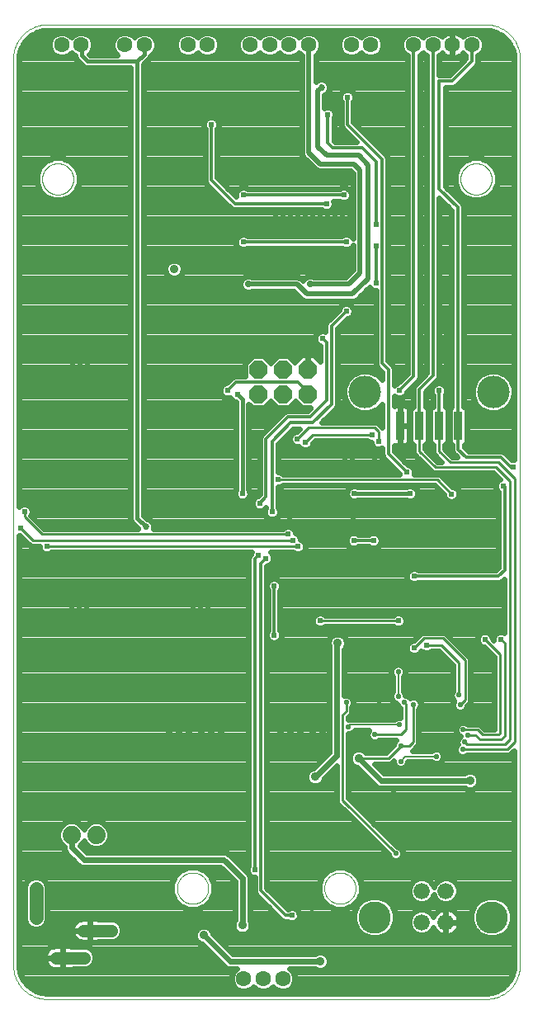
<source format=gbl>
G75*
%MOIN*%
%OFA0B0*%
%FSLAX25Y25*%
%IPPOS*%
%LPD*%
%AMOC8*
5,1,8,0,0,1.08239X$1,22.5*
%
%ADD10C,0.00394*%
%ADD11C,0.00000*%
%ADD12C,0.06600*%
%ADD13C,0.13000*%
%ADD14C,0.06299*%
%ADD15C,0.05512*%
%ADD16C,0.05150*%
%ADD17C,0.03500*%
%ADD18OC8,0.07400*%
%ADD19C,0.13100*%
%ADD20R,0.03543X0.11811*%
%ADD21C,0.07400*%
%ADD22C,0.02200*%
%ADD23C,0.03600*%
%ADD24C,0.02400*%
%ADD25C,0.01000*%
%ADD26C,0.02400*%
%ADD27C,0.01600*%
%ADD28C,0.01200*%
%ADD29C,0.02800*%
%ADD30C,0.03200*%
%ADD31C,0.00700*%
%ADD32C,0.01400*%
%ADD33C,0.02700*%
%ADD34C,0.02000*%
D10*
X0008956Y0012414D02*
X0008781Y0012826D01*
X0008606Y0013238D01*
X0008450Y0013660D01*
X0008181Y0014521D01*
X0008067Y0014961D01*
X0007975Y0015408D01*
X0007882Y0015856D01*
X0007812Y0016311D01*
X0007765Y0016773D01*
X0007718Y0017234D01*
X0007693Y0017703D01*
X0007693Y0384792D01*
X0007718Y0385260D01*
X0007812Y0386183D01*
X0007882Y0386639D01*
X0007975Y0387086D01*
X0008067Y0387533D01*
X0008181Y0387973D01*
X0008316Y0388404D01*
X0008450Y0388835D01*
X0008606Y0389257D01*
X0008781Y0389668D01*
X0008956Y0390080D01*
X0009150Y0390482D01*
X0009363Y0390872D01*
X0009576Y0391263D01*
X0009807Y0391642D01*
X0010055Y0392008D01*
X0010303Y0392375D01*
X0010569Y0392729D01*
X0010850Y0393070D01*
X0011131Y0393411D01*
X0011429Y0393738D01*
X0011741Y0394050D01*
X0012053Y0394362D01*
X0012380Y0394659D01*
X0012721Y0394941D01*
X0013061Y0395222D01*
X0013416Y0395488D01*
X0013782Y0395736D01*
X0014149Y0395984D01*
X0014528Y0396215D01*
X0014919Y0396428D01*
X0015309Y0396641D01*
X0015711Y0396835D01*
X0016122Y0397010D01*
X0016534Y0397185D01*
X0016956Y0397341D01*
X0017387Y0397475D01*
X0017818Y0397610D01*
X0018257Y0397724D01*
X0019152Y0397908D01*
X0019607Y0397979D01*
X0020069Y0398026D01*
X0020531Y0398073D01*
X0020999Y0398098D01*
X0199112Y0398098D01*
X0199580Y0398073D01*
X0200042Y0398026D01*
X0200504Y0397979D01*
X0200959Y0397908D01*
X0201854Y0397724D01*
X0202293Y0397610D01*
X0202724Y0397475D01*
X0203155Y0397341D01*
X0203577Y0397185D01*
X0203989Y0397010D01*
X0204400Y0396835D01*
X0204802Y0396641D01*
X0205192Y0396428D01*
X0205583Y0396215D01*
X0205962Y0395984D01*
X0206695Y0395488D01*
X0207050Y0395222D01*
X0207731Y0394659D01*
X0208058Y0394362D01*
X0208682Y0393738D01*
X0208980Y0393411D01*
X0209261Y0393070D01*
X0209542Y0392729D01*
X0209808Y0392375D01*
X0210056Y0392008D01*
X0210304Y0391642D01*
X0210535Y0391263D01*
X0210748Y0390872D01*
X0210961Y0390482D01*
X0211155Y0390080D01*
X0211330Y0389668D01*
X0211505Y0389257D01*
X0211661Y0388835D01*
X0211796Y0388404D01*
X0211930Y0387973D01*
X0212044Y0387533D01*
X0212136Y0387086D01*
X0212229Y0386639D01*
X0212299Y0386183D01*
X0212393Y0385260D01*
X0212418Y0384792D01*
X0212418Y0017676D01*
X0212418Y0017703D02*
X0212393Y0017234D01*
X0212346Y0016773D01*
X0212299Y0016311D01*
X0212229Y0015856D01*
X0212136Y0015408D01*
X0212044Y0014961D01*
X0211930Y0014521D01*
X0211796Y0014090D01*
X0211661Y0013660D01*
X0211505Y0013238D01*
X0211330Y0012826D01*
X0211155Y0012414D01*
X0210961Y0012013D01*
X0210748Y0011622D01*
X0210535Y0011232D01*
X0210304Y0010853D01*
X0210056Y0010486D01*
X0209808Y0010119D01*
X0209542Y0009765D01*
X0209261Y0009424D01*
X0208980Y0009084D01*
X0208682Y0008757D01*
X0208058Y0008132D01*
X0207731Y0007835D01*
X0207390Y0007554D01*
X0207050Y0007272D01*
X0206695Y0007007D01*
X0206329Y0006758D01*
X0205962Y0006510D01*
X0205583Y0006279D01*
X0205192Y0006066D01*
X0204802Y0005853D01*
X0204400Y0005659D01*
X0203989Y0005484D01*
X0203577Y0005309D01*
X0203155Y0005154D01*
X0202724Y0005019D01*
X0202293Y0004884D01*
X0201854Y0004770D01*
X0200959Y0004586D01*
X0200504Y0004516D01*
X0200042Y0004468D01*
X0199580Y0004421D01*
X0199112Y0004397D01*
X0020999Y0004397D01*
X0020531Y0004421D01*
X0020069Y0004468D01*
X0019607Y0004516D01*
X0019152Y0004586D01*
X0018257Y0004770D01*
X0017818Y0004884D01*
X0017387Y0005019D01*
X0016956Y0005154D01*
X0016534Y0005309D01*
X0016122Y0005484D01*
X0015711Y0005659D01*
X0015309Y0005853D01*
X0014919Y0006066D01*
X0014528Y0006279D01*
X0014149Y0006510D01*
X0013782Y0006758D01*
X0013416Y0007007D01*
X0013061Y0007272D01*
X0012721Y0007554D01*
X0012380Y0007835D01*
X0012053Y0008132D01*
X0011741Y0008445D01*
X0011429Y0008757D01*
X0011131Y0009084D01*
X0010850Y0009424D01*
X0010569Y0009765D01*
X0010303Y0010119D01*
X0010055Y0010486D01*
X0009807Y0010853D01*
X0009576Y0011232D01*
X0009363Y0011622D01*
X0009150Y0012013D01*
X0008956Y0012414D01*
D11*
X0073901Y0049200D02*
X0073903Y0049358D01*
X0073909Y0049516D01*
X0073919Y0049674D01*
X0073933Y0049832D01*
X0073951Y0049989D01*
X0073972Y0050146D01*
X0073998Y0050302D01*
X0074028Y0050458D01*
X0074061Y0050613D01*
X0074099Y0050766D01*
X0074140Y0050919D01*
X0074185Y0051071D01*
X0074234Y0051222D01*
X0074287Y0051371D01*
X0074343Y0051519D01*
X0074403Y0051665D01*
X0074467Y0051810D01*
X0074535Y0051953D01*
X0074606Y0052095D01*
X0074680Y0052235D01*
X0074758Y0052372D01*
X0074840Y0052508D01*
X0074924Y0052642D01*
X0075013Y0052773D01*
X0075104Y0052902D01*
X0075199Y0053029D01*
X0075296Y0053154D01*
X0075397Y0053276D01*
X0075501Y0053395D01*
X0075608Y0053512D01*
X0075718Y0053626D01*
X0075831Y0053737D01*
X0075946Y0053846D01*
X0076064Y0053951D01*
X0076185Y0054053D01*
X0076308Y0054153D01*
X0076434Y0054249D01*
X0076562Y0054342D01*
X0076692Y0054432D01*
X0076825Y0054518D01*
X0076960Y0054602D01*
X0077096Y0054681D01*
X0077235Y0054758D01*
X0077376Y0054830D01*
X0077518Y0054900D01*
X0077662Y0054965D01*
X0077808Y0055027D01*
X0077955Y0055085D01*
X0078104Y0055140D01*
X0078254Y0055191D01*
X0078405Y0055238D01*
X0078557Y0055281D01*
X0078710Y0055320D01*
X0078865Y0055356D01*
X0079020Y0055387D01*
X0079176Y0055415D01*
X0079332Y0055439D01*
X0079489Y0055459D01*
X0079647Y0055475D01*
X0079804Y0055487D01*
X0079963Y0055495D01*
X0080121Y0055499D01*
X0080279Y0055499D01*
X0080437Y0055495D01*
X0080596Y0055487D01*
X0080753Y0055475D01*
X0080911Y0055459D01*
X0081068Y0055439D01*
X0081224Y0055415D01*
X0081380Y0055387D01*
X0081535Y0055356D01*
X0081690Y0055320D01*
X0081843Y0055281D01*
X0081995Y0055238D01*
X0082146Y0055191D01*
X0082296Y0055140D01*
X0082445Y0055085D01*
X0082592Y0055027D01*
X0082738Y0054965D01*
X0082882Y0054900D01*
X0083024Y0054830D01*
X0083165Y0054758D01*
X0083304Y0054681D01*
X0083440Y0054602D01*
X0083575Y0054518D01*
X0083708Y0054432D01*
X0083838Y0054342D01*
X0083966Y0054249D01*
X0084092Y0054153D01*
X0084215Y0054053D01*
X0084336Y0053951D01*
X0084454Y0053846D01*
X0084569Y0053737D01*
X0084682Y0053626D01*
X0084792Y0053512D01*
X0084899Y0053395D01*
X0085003Y0053276D01*
X0085104Y0053154D01*
X0085201Y0053029D01*
X0085296Y0052902D01*
X0085387Y0052773D01*
X0085476Y0052642D01*
X0085560Y0052508D01*
X0085642Y0052372D01*
X0085720Y0052235D01*
X0085794Y0052095D01*
X0085865Y0051953D01*
X0085933Y0051810D01*
X0085997Y0051665D01*
X0086057Y0051519D01*
X0086113Y0051371D01*
X0086166Y0051222D01*
X0086215Y0051071D01*
X0086260Y0050919D01*
X0086301Y0050766D01*
X0086339Y0050613D01*
X0086372Y0050458D01*
X0086402Y0050302D01*
X0086428Y0050146D01*
X0086449Y0049989D01*
X0086467Y0049832D01*
X0086481Y0049674D01*
X0086491Y0049516D01*
X0086497Y0049358D01*
X0086499Y0049200D01*
X0086497Y0049042D01*
X0086491Y0048884D01*
X0086481Y0048726D01*
X0086467Y0048568D01*
X0086449Y0048411D01*
X0086428Y0048254D01*
X0086402Y0048098D01*
X0086372Y0047942D01*
X0086339Y0047787D01*
X0086301Y0047634D01*
X0086260Y0047481D01*
X0086215Y0047329D01*
X0086166Y0047178D01*
X0086113Y0047029D01*
X0086057Y0046881D01*
X0085997Y0046735D01*
X0085933Y0046590D01*
X0085865Y0046447D01*
X0085794Y0046305D01*
X0085720Y0046165D01*
X0085642Y0046028D01*
X0085560Y0045892D01*
X0085476Y0045758D01*
X0085387Y0045627D01*
X0085296Y0045498D01*
X0085201Y0045371D01*
X0085104Y0045246D01*
X0085003Y0045124D01*
X0084899Y0045005D01*
X0084792Y0044888D01*
X0084682Y0044774D01*
X0084569Y0044663D01*
X0084454Y0044554D01*
X0084336Y0044449D01*
X0084215Y0044347D01*
X0084092Y0044247D01*
X0083966Y0044151D01*
X0083838Y0044058D01*
X0083708Y0043968D01*
X0083575Y0043882D01*
X0083440Y0043798D01*
X0083304Y0043719D01*
X0083165Y0043642D01*
X0083024Y0043570D01*
X0082882Y0043500D01*
X0082738Y0043435D01*
X0082592Y0043373D01*
X0082445Y0043315D01*
X0082296Y0043260D01*
X0082146Y0043209D01*
X0081995Y0043162D01*
X0081843Y0043119D01*
X0081690Y0043080D01*
X0081535Y0043044D01*
X0081380Y0043013D01*
X0081224Y0042985D01*
X0081068Y0042961D01*
X0080911Y0042941D01*
X0080753Y0042925D01*
X0080596Y0042913D01*
X0080437Y0042905D01*
X0080279Y0042901D01*
X0080121Y0042901D01*
X0079963Y0042905D01*
X0079804Y0042913D01*
X0079647Y0042925D01*
X0079489Y0042941D01*
X0079332Y0042961D01*
X0079176Y0042985D01*
X0079020Y0043013D01*
X0078865Y0043044D01*
X0078710Y0043080D01*
X0078557Y0043119D01*
X0078405Y0043162D01*
X0078254Y0043209D01*
X0078104Y0043260D01*
X0077955Y0043315D01*
X0077808Y0043373D01*
X0077662Y0043435D01*
X0077518Y0043500D01*
X0077376Y0043570D01*
X0077235Y0043642D01*
X0077096Y0043719D01*
X0076960Y0043798D01*
X0076825Y0043882D01*
X0076692Y0043968D01*
X0076562Y0044058D01*
X0076434Y0044151D01*
X0076308Y0044247D01*
X0076185Y0044347D01*
X0076064Y0044449D01*
X0075946Y0044554D01*
X0075831Y0044663D01*
X0075718Y0044774D01*
X0075608Y0044888D01*
X0075501Y0045005D01*
X0075397Y0045124D01*
X0075296Y0045246D01*
X0075199Y0045371D01*
X0075104Y0045498D01*
X0075013Y0045627D01*
X0074924Y0045758D01*
X0074840Y0045892D01*
X0074758Y0046028D01*
X0074680Y0046165D01*
X0074606Y0046305D01*
X0074535Y0046447D01*
X0074467Y0046590D01*
X0074403Y0046735D01*
X0074343Y0046881D01*
X0074287Y0047029D01*
X0074234Y0047178D01*
X0074185Y0047329D01*
X0074140Y0047481D01*
X0074099Y0047634D01*
X0074061Y0047787D01*
X0074028Y0047942D01*
X0073998Y0048098D01*
X0073972Y0048254D01*
X0073951Y0048411D01*
X0073933Y0048568D01*
X0073919Y0048726D01*
X0073909Y0048884D01*
X0073903Y0049042D01*
X0073901Y0049200D01*
X0133401Y0049200D02*
X0133403Y0049358D01*
X0133409Y0049516D01*
X0133419Y0049674D01*
X0133433Y0049832D01*
X0133451Y0049989D01*
X0133472Y0050146D01*
X0133498Y0050302D01*
X0133528Y0050458D01*
X0133561Y0050613D01*
X0133599Y0050766D01*
X0133640Y0050919D01*
X0133685Y0051071D01*
X0133734Y0051222D01*
X0133787Y0051371D01*
X0133843Y0051519D01*
X0133903Y0051665D01*
X0133967Y0051810D01*
X0134035Y0051953D01*
X0134106Y0052095D01*
X0134180Y0052235D01*
X0134258Y0052372D01*
X0134340Y0052508D01*
X0134424Y0052642D01*
X0134513Y0052773D01*
X0134604Y0052902D01*
X0134699Y0053029D01*
X0134796Y0053154D01*
X0134897Y0053276D01*
X0135001Y0053395D01*
X0135108Y0053512D01*
X0135218Y0053626D01*
X0135331Y0053737D01*
X0135446Y0053846D01*
X0135564Y0053951D01*
X0135685Y0054053D01*
X0135808Y0054153D01*
X0135934Y0054249D01*
X0136062Y0054342D01*
X0136192Y0054432D01*
X0136325Y0054518D01*
X0136460Y0054602D01*
X0136596Y0054681D01*
X0136735Y0054758D01*
X0136876Y0054830D01*
X0137018Y0054900D01*
X0137162Y0054965D01*
X0137308Y0055027D01*
X0137455Y0055085D01*
X0137604Y0055140D01*
X0137754Y0055191D01*
X0137905Y0055238D01*
X0138057Y0055281D01*
X0138210Y0055320D01*
X0138365Y0055356D01*
X0138520Y0055387D01*
X0138676Y0055415D01*
X0138832Y0055439D01*
X0138989Y0055459D01*
X0139147Y0055475D01*
X0139304Y0055487D01*
X0139463Y0055495D01*
X0139621Y0055499D01*
X0139779Y0055499D01*
X0139937Y0055495D01*
X0140096Y0055487D01*
X0140253Y0055475D01*
X0140411Y0055459D01*
X0140568Y0055439D01*
X0140724Y0055415D01*
X0140880Y0055387D01*
X0141035Y0055356D01*
X0141190Y0055320D01*
X0141343Y0055281D01*
X0141495Y0055238D01*
X0141646Y0055191D01*
X0141796Y0055140D01*
X0141945Y0055085D01*
X0142092Y0055027D01*
X0142238Y0054965D01*
X0142382Y0054900D01*
X0142524Y0054830D01*
X0142665Y0054758D01*
X0142804Y0054681D01*
X0142940Y0054602D01*
X0143075Y0054518D01*
X0143208Y0054432D01*
X0143338Y0054342D01*
X0143466Y0054249D01*
X0143592Y0054153D01*
X0143715Y0054053D01*
X0143836Y0053951D01*
X0143954Y0053846D01*
X0144069Y0053737D01*
X0144182Y0053626D01*
X0144292Y0053512D01*
X0144399Y0053395D01*
X0144503Y0053276D01*
X0144604Y0053154D01*
X0144701Y0053029D01*
X0144796Y0052902D01*
X0144887Y0052773D01*
X0144976Y0052642D01*
X0145060Y0052508D01*
X0145142Y0052372D01*
X0145220Y0052235D01*
X0145294Y0052095D01*
X0145365Y0051953D01*
X0145433Y0051810D01*
X0145497Y0051665D01*
X0145557Y0051519D01*
X0145613Y0051371D01*
X0145666Y0051222D01*
X0145715Y0051071D01*
X0145760Y0050919D01*
X0145801Y0050766D01*
X0145839Y0050613D01*
X0145872Y0050458D01*
X0145902Y0050302D01*
X0145928Y0050146D01*
X0145949Y0049989D01*
X0145967Y0049832D01*
X0145981Y0049674D01*
X0145991Y0049516D01*
X0145997Y0049358D01*
X0145999Y0049200D01*
X0145997Y0049042D01*
X0145991Y0048884D01*
X0145981Y0048726D01*
X0145967Y0048568D01*
X0145949Y0048411D01*
X0145928Y0048254D01*
X0145902Y0048098D01*
X0145872Y0047942D01*
X0145839Y0047787D01*
X0145801Y0047634D01*
X0145760Y0047481D01*
X0145715Y0047329D01*
X0145666Y0047178D01*
X0145613Y0047029D01*
X0145557Y0046881D01*
X0145497Y0046735D01*
X0145433Y0046590D01*
X0145365Y0046447D01*
X0145294Y0046305D01*
X0145220Y0046165D01*
X0145142Y0046028D01*
X0145060Y0045892D01*
X0144976Y0045758D01*
X0144887Y0045627D01*
X0144796Y0045498D01*
X0144701Y0045371D01*
X0144604Y0045246D01*
X0144503Y0045124D01*
X0144399Y0045005D01*
X0144292Y0044888D01*
X0144182Y0044774D01*
X0144069Y0044663D01*
X0143954Y0044554D01*
X0143836Y0044449D01*
X0143715Y0044347D01*
X0143592Y0044247D01*
X0143466Y0044151D01*
X0143338Y0044058D01*
X0143208Y0043968D01*
X0143075Y0043882D01*
X0142940Y0043798D01*
X0142804Y0043719D01*
X0142665Y0043642D01*
X0142524Y0043570D01*
X0142382Y0043500D01*
X0142238Y0043435D01*
X0142092Y0043373D01*
X0141945Y0043315D01*
X0141796Y0043260D01*
X0141646Y0043209D01*
X0141495Y0043162D01*
X0141343Y0043119D01*
X0141190Y0043080D01*
X0141035Y0043044D01*
X0140880Y0043013D01*
X0140724Y0042985D01*
X0140568Y0042961D01*
X0140411Y0042941D01*
X0140253Y0042925D01*
X0140096Y0042913D01*
X0139937Y0042905D01*
X0139779Y0042901D01*
X0139621Y0042901D01*
X0139463Y0042905D01*
X0139304Y0042913D01*
X0139147Y0042925D01*
X0138989Y0042941D01*
X0138832Y0042961D01*
X0138676Y0042985D01*
X0138520Y0043013D01*
X0138365Y0043044D01*
X0138210Y0043080D01*
X0138057Y0043119D01*
X0137905Y0043162D01*
X0137754Y0043209D01*
X0137604Y0043260D01*
X0137455Y0043315D01*
X0137308Y0043373D01*
X0137162Y0043435D01*
X0137018Y0043500D01*
X0136876Y0043570D01*
X0136735Y0043642D01*
X0136596Y0043719D01*
X0136460Y0043798D01*
X0136325Y0043882D01*
X0136192Y0043968D01*
X0136062Y0044058D01*
X0135934Y0044151D01*
X0135808Y0044247D01*
X0135685Y0044347D01*
X0135564Y0044449D01*
X0135446Y0044554D01*
X0135331Y0044663D01*
X0135218Y0044774D01*
X0135108Y0044888D01*
X0135001Y0045005D01*
X0134897Y0045124D01*
X0134796Y0045246D01*
X0134699Y0045371D01*
X0134604Y0045498D01*
X0134513Y0045627D01*
X0134424Y0045758D01*
X0134340Y0045892D01*
X0134258Y0046028D01*
X0134180Y0046165D01*
X0134106Y0046305D01*
X0134035Y0046447D01*
X0133967Y0046590D01*
X0133903Y0046735D01*
X0133843Y0046881D01*
X0133787Y0047029D01*
X0133734Y0047178D01*
X0133685Y0047329D01*
X0133640Y0047481D01*
X0133599Y0047634D01*
X0133561Y0047787D01*
X0133528Y0047942D01*
X0133498Y0048098D01*
X0133472Y0048254D01*
X0133451Y0048411D01*
X0133433Y0048568D01*
X0133419Y0048726D01*
X0133409Y0048884D01*
X0133403Y0049042D01*
X0133401Y0049200D01*
X0188401Y0335700D02*
X0188403Y0335858D01*
X0188409Y0336016D01*
X0188419Y0336174D01*
X0188433Y0336332D01*
X0188451Y0336489D01*
X0188472Y0336646D01*
X0188498Y0336802D01*
X0188528Y0336958D01*
X0188561Y0337113D01*
X0188599Y0337266D01*
X0188640Y0337419D01*
X0188685Y0337571D01*
X0188734Y0337722D01*
X0188787Y0337871D01*
X0188843Y0338019D01*
X0188903Y0338165D01*
X0188967Y0338310D01*
X0189035Y0338453D01*
X0189106Y0338595D01*
X0189180Y0338735D01*
X0189258Y0338872D01*
X0189340Y0339008D01*
X0189424Y0339142D01*
X0189513Y0339273D01*
X0189604Y0339402D01*
X0189699Y0339529D01*
X0189796Y0339654D01*
X0189897Y0339776D01*
X0190001Y0339895D01*
X0190108Y0340012D01*
X0190218Y0340126D01*
X0190331Y0340237D01*
X0190446Y0340346D01*
X0190564Y0340451D01*
X0190685Y0340553D01*
X0190808Y0340653D01*
X0190934Y0340749D01*
X0191062Y0340842D01*
X0191192Y0340932D01*
X0191325Y0341018D01*
X0191460Y0341102D01*
X0191596Y0341181D01*
X0191735Y0341258D01*
X0191876Y0341330D01*
X0192018Y0341400D01*
X0192162Y0341465D01*
X0192308Y0341527D01*
X0192455Y0341585D01*
X0192604Y0341640D01*
X0192754Y0341691D01*
X0192905Y0341738D01*
X0193057Y0341781D01*
X0193210Y0341820D01*
X0193365Y0341856D01*
X0193520Y0341887D01*
X0193676Y0341915D01*
X0193832Y0341939D01*
X0193989Y0341959D01*
X0194147Y0341975D01*
X0194304Y0341987D01*
X0194463Y0341995D01*
X0194621Y0341999D01*
X0194779Y0341999D01*
X0194937Y0341995D01*
X0195096Y0341987D01*
X0195253Y0341975D01*
X0195411Y0341959D01*
X0195568Y0341939D01*
X0195724Y0341915D01*
X0195880Y0341887D01*
X0196035Y0341856D01*
X0196190Y0341820D01*
X0196343Y0341781D01*
X0196495Y0341738D01*
X0196646Y0341691D01*
X0196796Y0341640D01*
X0196945Y0341585D01*
X0197092Y0341527D01*
X0197238Y0341465D01*
X0197382Y0341400D01*
X0197524Y0341330D01*
X0197665Y0341258D01*
X0197804Y0341181D01*
X0197940Y0341102D01*
X0198075Y0341018D01*
X0198208Y0340932D01*
X0198338Y0340842D01*
X0198466Y0340749D01*
X0198592Y0340653D01*
X0198715Y0340553D01*
X0198836Y0340451D01*
X0198954Y0340346D01*
X0199069Y0340237D01*
X0199182Y0340126D01*
X0199292Y0340012D01*
X0199399Y0339895D01*
X0199503Y0339776D01*
X0199604Y0339654D01*
X0199701Y0339529D01*
X0199796Y0339402D01*
X0199887Y0339273D01*
X0199976Y0339142D01*
X0200060Y0339008D01*
X0200142Y0338872D01*
X0200220Y0338735D01*
X0200294Y0338595D01*
X0200365Y0338453D01*
X0200433Y0338310D01*
X0200497Y0338165D01*
X0200557Y0338019D01*
X0200613Y0337871D01*
X0200666Y0337722D01*
X0200715Y0337571D01*
X0200760Y0337419D01*
X0200801Y0337266D01*
X0200839Y0337113D01*
X0200872Y0336958D01*
X0200902Y0336802D01*
X0200928Y0336646D01*
X0200949Y0336489D01*
X0200967Y0336332D01*
X0200981Y0336174D01*
X0200991Y0336016D01*
X0200997Y0335858D01*
X0200999Y0335700D01*
X0200997Y0335542D01*
X0200991Y0335384D01*
X0200981Y0335226D01*
X0200967Y0335068D01*
X0200949Y0334911D01*
X0200928Y0334754D01*
X0200902Y0334598D01*
X0200872Y0334442D01*
X0200839Y0334287D01*
X0200801Y0334134D01*
X0200760Y0333981D01*
X0200715Y0333829D01*
X0200666Y0333678D01*
X0200613Y0333529D01*
X0200557Y0333381D01*
X0200497Y0333235D01*
X0200433Y0333090D01*
X0200365Y0332947D01*
X0200294Y0332805D01*
X0200220Y0332665D01*
X0200142Y0332528D01*
X0200060Y0332392D01*
X0199976Y0332258D01*
X0199887Y0332127D01*
X0199796Y0331998D01*
X0199701Y0331871D01*
X0199604Y0331746D01*
X0199503Y0331624D01*
X0199399Y0331505D01*
X0199292Y0331388D01*
X0199182Y0331274D01*
X0199069Y0331163D01*
X0198954Y0331054D01*
X0198836Y0330949D01*
X0198715Y0330847D01*
X0198592Y0330747D01*
X0198466Y0330651D01*
X0198338Y0330558D01*
X0198208Y0330468D01*
X0198075Y0330382D01*
X0197940Y0330298D01*
X0197804Y0330219D01*
X0197665Y0330142D01*
X0197524Y0330070D01*
X0197382Y0330000D01*
X0197238Y0329935D01*
X0197092Y0329873D01*
X0196945Y0329815D01*
X0196796Y0329760D01*
X0196646Y0329709D01*
X0196495Y0329662D01*
X0196343Y0329619D01*
X0196190Y0329580D01*
X0196035Y0329544D01*
X0195880Y0329513D01*
X0195724Y0329485D01*
X0195568Y0329461D01*
X0195411Y0329441D01*
X0195253Y0329425D01*
X0195096Y0329413D01*
X0194937Y0329405D01*
X0194779Y0329401D01*
X0194621Y0329401D01*
X0194463Y0329405D01*
X0194304Y0329413D01*
X0194147Y0329425D01*
X0193989Y0329441D01*
X0193832Y0329461D01*
X0193676Y0329485D01*
X0193520Y0329513D01*
X0193365Y0329544D01*
X0193210Y0329580D01*
X0193057Y0329619D01*
X0192905Y0329662D01*
X0192754Y0329709D01*
X0192604Y0329760D01*
X0192455Y0329815D01*
X0192308Y0329873D01*
X0192162Y0329935D01*
X0192018Y0330000D01*
X0191876Y0330070D01*
X0191735Y0330142D01*
X0191596Y0330219D01*
X0191460Y0330298D01*
X0191325Y0330382D01*
X0191192Y0330468D01*
X0191062Y0330558D01*
X0190934Y0330651D01*
X0190808Y0330747D01*
X0190685Y0330847D01*
X0190564Y0330949D01*
X0190446Y0331054D01*
X0190331Y0331163D01*
X0190218Y0331274D01*
X0190108Y0331388D01*
X0190001Y0331505D01*
X0189897Y0331624D01*
X0189796Y0331746D01*
X0189699Y0331871D01*
X0189604Y0331998D01*
X0189513Y0332127D01*
X0189424Y0332258D01*
X0189340Y0332392D01*
X0189258Y0332528D01*
X0189180Y0332665D01*
X0189106Y0332805D01*
X0189035Y0332947D01*
X0188967Y0333090D01*
X0188903Y0333235D01*
X0188843Y0333381D01*
X0188787Y0333529D01*
X0188734Y0333678D01*
X0188685Y0333829D01*
X0188640Y0333981D01*
X0188599Y0334134D01*
X0188561Y0334287D01*
X0188528Y0334442D01*
X0188498Y0334598D01*
X0188472Y0334754D01*
X0188451Y0334911D01*
X0188433Y0335068D01*
X0188419Y0335226D01*
X0188409Y0335384D01*
X0188403Y0335542D01*
X0188401Y0335700D01*
X0019401Y0335700D02*
X0019403Y0335858D01*
X0019409Y0336016D01*
X0019419Y0336174D01*
X0019433Y0336332D01*
X0019451Y0336489D01*
X0019472Y0336646D01*
X0019498Y0336802D01*
X0019528Y0336958D01*
X0019561Y0337113D01*
X0019599Y0337266D01*
X0019640Y0337419D01*
X0019685Y0337571D01*
X0019734Y0337722D01*
X0019787Y0337871D01*
X0019843Y0338019D01*
X0019903Y0338165D01*
X0019967Y0338310D01*
X0020035Y0338453D01*
X0020106Y0338595D01*
X0020180Y0338735D01*
X0020258Y0338872D01*
X0020340Y0339008D01*
X0020424Y0339142D01*
X0020513Y0339273D01*
X0020604Y0339402D01*
X0020699Y0339529D01*
X0020796Y0339654D01*
X0020897Y0339776D01*
X0021001Y0339895D01*
X0021108Y0340012D01*
X0021218Y0340126D01*
X0021331Y0340237D01*
X0021446Y0340346D01*
X0021564Y0340451D01*
X0021685Y0340553D01*
X0021808Y0340653D01*
X0021934Y0340749D01*
X0022062Y0340842D01*
X0022192Y0340932D01*
X0022325Y0341018D01*
X0022460Y0341102D01*
X0022596Y0341181D01*
X0022735Y0341258D01*
X0022876Y0341330D01*
X0023018Y0341400D01*
X0023162Y0341465D01*
X0023308Y0341527D01*
X0023455Y0341585D01*
X0023604Y0341640D01*
X0023754Y0341691D01*
X0023905Y0341738D01*
X0024057Y0341781D01*
X0024210Y0341820D01*
X0024365Y0341856D01*
X0024520Y0341887D01*
X0024676Y0341915D01*
X0024832Y0341939D01*
X0024989Y0341959D01*
X0025147Y0341975D01*
X0025304Y0341987D01*
X0025463Y0341995D01*
X0025621Y0341999D01*
X0025779Y0341999D01*
X0025937Y0341995D01*
X0026096Y0341987D01*
X0026253Y0341975D01*
X0026411Y0341959D01*
X0026568Y0341939D01*
X0026724Y0341915D01*
X0026880Y0341887D01*
X0027035Y0341856D01*
X0027190Y0341820D01*
X0027343Y0341781D01*
X0027495Y0341738D01*
X0027646Y0341691D01*
X0027796Y0341640D01*
X0027945Y0341585D01*
X0028092Y0341527D01*
X0028238Y0341465D01*
X0028382Y0341400D01*
X0028524Y0341330D01*
X0028665Y0341258D01*
X0028804Y0341181D01*
X0028940Y0341102D01*
X0029075Y0341018D01*
X0029208Y0340932D01*
X0029338Y0340842D01*
X0029466Y0340749D01*
X0029592Y0340653D01*
X0029715Y0340553D01*
X0029836Y0340451D01*
X0029954Y0340346D01*
X0030069Y0340237D01*
X0030182Y0340126D01*
X0030292Y0340012D01*
X0030399Y0339895D01*
X0030503Y0339776D01*
X0030604Y0339654D01*
X0030701Y0339529D01*
X0030796Y0339402D01*
X0030887Y0339273D01*
X0030976Y0339142D01*
X0031060Y0339008D01*
X0031142Y0338872D01*
X0031220Y0338735D01*
X0031294Y0338595D01*
X0031365Y0338453D01*
X0031433Y0338310D01*
X0031497Y0338165D01*
X0031557Y0338019D01*
X0031613Y0337871D01*
X0031666Y0337722D01*
X0031715Y0337571D01*
X0031760Y0337419D01*
X0031801Y0337266D01*
X0031839Y0337113D01*
X0031872Y0336958D01*
X0031902Y0336802D01*
X0031928Y0336646D01*
X0031949Y0336489D01*
X0031967Y0336332D01*
X0031981Y0336174D01*
X0031991Y0336016D01*
X0031997Y0335858D01*
X0031999Y0335700D01*
X0031997Y0335542D01*
X0031991Y0335384D01*
X0031981Y0335226D01*
X0031967Y0335068D01*
X0031949Y0334911D01*
X0031928Y0334754D01*
X0031902Y0334598D01*
X0031872Y0334442D01*
X0031839Y0334287D01*
X0031801Y0334134D01*
X0031760Y0333981D01*
X0031715Y0333829D01*
X0031666Y0333678D01*
X0031613Y0333529D01*
X0031557Y0333381D01*
X0031497Y0333235D01*
X0031433Y0333090D01*
X0031365Y0332947D01*
X0031294Y0332805D01*
X0031220Y0332665D01*
X0031142Y0332528D01*
X0031060Y0332392D01*
X0030976Y0332258D01*
X0030887Y0332127D01*
X0030796Y0331998D01*
X0030701Y0331871D01*
X0030604Y0331746D01*
X0030503Y0331624D01*
X0030399Y0331505D01*
X0030292Y0331388D01*
X0030182Y0331274D01*
X0030069Y0331163D01*
X0029954Y0331054D01*
X0029836Y0330949D01*
X0029715Y0330847D01*
X0029592Y0330747D01*
X0029466Y0330651D01*
X0029338Y0330558D01*
X0029208Y0330468D01*
X0029075Y0330382D01*
X0028940Y0330298D01*
X0028804Y0330219D01*
X0028665Y0330142D01*
X0028524Y0330070D01*
X0028382Y0330000D01*
X0028238Y0329935D01*
X0028092Y0329873D01*
X0027945Y0329815D01*
X0027796Y0329760D01*
X0027646Y0329709D01*
X0027495Y0329662D01*
X0027343Y0329619D01*
X0027190Y0329580D01*
X0027035Y0329544D01*
X0026880Y0329513D01*
X0026724Y0329485D01*
X0026568Y0329461D01*
X0026411Y0329441D01*
X0026253Y0329425D01*
X0026096Y0329413D01*
X0025937Y0329405D01*
X0025779Y0329401D01*
X0025621Y0329401D01*
X0025463Y0329405D01*
X0025304Y0329413D01*
X0025147Y0329425D01*
X0024989Y0329441D01*
X0024832Y0329461D01*
X0024676Y0329485D01*
X0024520Y0329513D01*
X0024365Y0329544D01*
X0024210Y0329580D01*
X0024057Y0329619D01*
X0023905Y0329662D01*
X0023754Y0329709D01*
X0023604Y0329760D01*
X0023455Y0329815D01*
X0023308Y0329873D01*
X0023162Y0329935D01*
X0023018Y0330000D01*
X0022876Y0330070D01*
X0022735Y0330142D01*
X0022596Y0330219D01*
X0022460Y0330298D01*
X0022325Y0330382D01*
X0022192Y0330468D01*
X0022062Y0330558D01*
X0021934Y0330651D01*
X0021808Y0330747D01*
X0021685Y0330847D01*
X0021564Y0330949D01*
X0021446Y0331054D01*
X0021331Y0331163D01*
X0021218Y0331274D01*
X0021108Y0331388D01*
X0021001Y0331505D01*
X0020897Y0331624D01*
X0020796Y0331746D01*
X0020699Y0331871D01*
X0020604Y0331998D01*
X0020513Y0332127D01*
X0020424Y0332258D01*
X0020340Y0332392D01*
X0020258Y0332528D01*
X0020180Y0332665D01*
X0020106Y0332805D01*
X0020035Y0332947D01*
X0019967Y0333090D01*
X0019903Y0333235D01*
X0019843Y0333381D01*
X0019787Y0333529D01*
X0019734Y0333678D01*
X0019685Y0333829D01*
X0019640Y0333981D01*
X0019599Y0334134D01*
X0019561Y0334287D01*
X0019528Y0334442D01*
X0019498Y0334598D01*
X0019472Y0334754D01*
X0019451Y0334911D01*
X0019433Y0335068D01*
X0019419Y0335226D01*
X0019409Y0335384D01*
X0019403Y0335542D01*
X0019401Y0335700D01*
D12*
X0172700Y0048100D03*
X0172700Y0035500D03*
X0182500Y0035500D03*
X0182500Y0048100D03*
D13*
X0201100Y0037500D03*
X0153700Y0037500D03*
D14*
X0116574Y0012535D03*
X0108700Y0012535D03*
X0100826Y0012535D03*
X0103389Y0389865D03*
X0111263Y0389865D03*
X0119137Y0389865D03*
X0127011Y0389865D03*
X0144263Y0389865D03*
X0152137Y0389865D03*
X0169389Y0389865D03*
X0177263Y0389865D03*
X0185137Y0389865D03*
X0193011Y0389865D03*
X0086137Y0389865D03*
X0078263Y0389865D03*
X0060637Y0389865D03*
X0052763Y0389865D03*
X0035137Y0389865D03*
X0027263Y0389865D03*
D15*
X0016909Y0049106D02*
X0016909Y0043594D01*
X0016909Y0042806D02*
X0016909Y0037294D01*
D16*
X0024964Y0021153D02*
X0030113Y0021153D01*
X0031263Y0021153D02*
X0036413Y0021153D01*
X0035987Y0032176D02*
X0041137Y0032176D01*
X0042287Y0032176D02*
X0047436Y0032176D01*
D17*
X0072700Y0299200D03*
D18*
X0106700Y0258700D03*
X0106700Y0248700D03*
X0116700Y0248700D03*
X0116700Y0258700D03*
X0126700Y0258700D03*
X0126700Y0248700D03*
D19*
X0149850Y0249700D03*
X0201550Y0249700D03*
D20*
X0187511Y0236117D03*
X0179637Y0236117D03*
X0171763Y0236117D03*
X0163889Y0236117D03*
D21*
X0041200Y0070700D03*
X0031200Y0070700D03*
D22*
X0143100Y0114500D03*
X0142200Y0124200D03*
X0150200Y0119200D03*
X0153700Y0111200D03*
X0159700Y0127200D03*
X0163200Y0126700D03*
X0165700Y0124200D03*
X0169400Y0123500D03*
X0163700Y0115200D03*
X0164200Y0106700D03*
X0164200Y0100500D03*
X0178600Y0102500D03*
X0189200Y0105200D03*
X0190000Y0108200D03*
X0191500Y0110900D03*
X0189500Y0113200D03*
X0188200Y0123200D03*
X0187700Y0127200D03*
X0163200Y0136700D03*
X0162200Y0063200D03*
D23*
X0147200Y0101700D03*
X0129700Y0094200D03*
X0138700Y0148200D03*
X0192200Y0092700D03*
X0131700Y0019700D03*
X0100200Y0034200D03*
X0084700Y0030200D03*
D24*
X0095200Y0019700D01*
X0131700Y0019700D01*
X0134103Y0022388D02*
X0210021Y0022388D01*
X0210021Y0019990D02*
X0135300Y0019990D01*
X0135300Y0020416D02*
X0135300Y0018984D01*
X0134752Y0017661D01*
X0133739Y0016648D01*
X0132416Y0016100D01*
X0130984Y0016100D01*
X0129661Y0016648D01*
X0129609Y0016700D01*
X0119408Y0016700D01*
X0120770Y0015338D01*
X0121524Y0013519D01*
X0121524Y0011550D01*
X0120770Y0009731D01*
X0119378Y0008339D01*
X0117559Y0007585D01*
X0115589Y0007585D01*
X0113770Y0008339D01*
X0112637Y0009472D01*
X0111504Y0008339D01*
X0109685Y0007585D01*
X0107715Y0007585D01*
X0105896Y0008339D01*
X0104763Y0009472D01*
X0103630Y0008339D01*
X0101811Y0007585D01*
X0099841Y0007585D01*
X0098022Y0008339D01*
X0096630Y0009731D01*
X0095876Y0011550D01*
X0095876Y0013519D01*
X0096630Y0015338D01*
X0097992Y0016700D01*
X0094603Y0016700D01*
X0093501Y0017157D01*
X0084057Y0026600D01*
X0083984Y0026600D01*
X0082661Y0027148D01*
X0081648Y0028161D01*
X0081100Y0029484D01*
X0081100Y0030916D01*
X0081648Y0032239D01*
X0082661Y0033252D01*
X0083984Y0033800D01*
X0085416Y0033800D01*
X0086739Y0033252D01*
X0087752Y0032239D01*
X0088300Y0030916D01*
X0088300Y0030843D01*
X0096443Y0022700D01*
X0129609Y0022700D01*
X0129661Y0022752D01*
X0130984Y0023300D01*
X0132416Y0023300D01*
X0133739Y0022752D01*
X0134752Y0021739D01*
X0135300Y0020416D01*
X0134682Y0017591D02*
X0210012Y0017591D01*
X0210003Y0017418D02*
X0209921Y0016616D01*
X0209869Y0016281D01*
X0209750Y0015705D01*
X0209709Y0015504D01*
X0209625Y0015180D01*
X0209509Y0014808D01*
X0209391Y0014432D01*
X0209277Y0014121D01*
X0209107Y0013722D01*
X0208973Y0013406D01*
X0208829Y0013109D01*
X0208771Y0013002D01*
X0208459Y0012430D01*
X0208288Y0012149D01*
X0208028Y0011765D01*
X0207855Y0011510D01*
X0207658Y0011248D01*
X0207404Y0010939D01*
X0207168Y0010654D01*
X0206947Y0010411D01*
X0206403Y0009867D01*
X0206160Y0009647D01*
X0205735Y0009295D01*
X0205567Y0009156D01*
X0205304Y0008959D01*
X0205070Y0008801D01*
X0204665Y0008527D01*
X0204385Y0008356D01*
X0203706Y0007986D01*
X0203409Y0007842D01*
X0203098Y0007710D01*
X0202693Y0007538D01*
X0202383Y0007424D01*
X0202000Y0007304D01*
X0201634Y0007189D01*
X0201311Y0007105D01*
X0200534Y0006945D01*
X0200199Y0006894D01*
X0199396Y0006812D01*
X0199050Y0006794D01*
X0021061Y0006794D01*
X0020715Y0006812D01*
X0019912Y0006894D01*
X0019577Y0006945D01*
X0018800Y0007105D01*
X0018477Y0007189D01*
X0018224Y0007269D01*
X0017728Y0007424D01*
X0017418Y0007538D01*
X0017021Y0007706D01*
X0016702Y0007842D01*
X0016405Y0007986D01*
X0015726Y0008356D01*
X0015446Y0008527D01*
X0014952Y0008861D01*
X0014807Y0008959D01*
X0014544Y0009156D01*
X0013951Y0009647D01*
X0013708Y0009867D01*
X0013449Y0010126D01*
X0013164Y0010411D01*
X0012943Y0010654D01*
X0012453Y0011248D01*
X0012256Y0011510D01*
X0012142Y0011679D01*
X0011823Y0012149D01*
X0011652Y0012430D01*
X0011347Y0012990D01*
X0011282Y0013109D01*
X0011138Y0013406D01*
X0011008Y0013713D01*
X0010834Y0014121D01*
X0010720Y0014432D01*
X0010486Y0015180D01*
X0010402Y0015504D01*
X0010366Y0015680D01*
X0010242Y0016281D01*
X0010190Y0016616D01*
X0010108Y0017419D01*
X0010090Y0017765D01*
X0010090Y0191705D01*
X0010103Y0191700D01*
X0010447Y0191700D01*
X0014747Y0187400D01*
X0018200Y0187400D01*
X0018200Y0186603D01*
X0018657Y0185501D01*
X0019501Y0184657D01*
X0020603Y0184200D01*
X0021797Y0184200D01*
X0022899Y0184657D01*
X0023143Y0184900D01*
X0103950Y0184900D01*
X0103700Y0184297D01*
X0103700Y0184094D01*
X0103165Y0183559D01*
X0102800Y0182677D01*
X0102800Y0058543D01*
X0102657Y0058399D01*
X0102200Y0057297D01*
X0102200Y0056103D01*
X0102657Y0055001D01*
X0103501Y0054157D01*
X0104603Y0053700D01*
X0105300Y0053700D01*
X0105300Y0048677D01*
X0105300Y0047723D01*
X0105665Y0046841D01*
X0115665Y0036841D01*
X0115665Y0036841D01*
X0116341Y0036165D01*
X0117223Y0035800D01*
X0118357Y0035800D01*
X0118501Y0035657D01*
X0119603Y0035200D01*
X0120797Y0035200D01*
X0121899Y0035657D01*
X0122743Y0036501D01*
X0123200Y0037603D01*
X0123200Y0038797D01*
X0122743Y0039899D01*
X0121899Y0040743D01*
X0120797Y0041200D01*
X0119603Y0041200D01*
X0118536Y0040758D01*
X0110100Y0049194D01*
X0110100Y0179406D01*
X0110194Y0179500D01*
X0110397Y0179500D01*
X0111499Y0179957D01*
X0112343Y0180801D01*
X0112800Y0181903D01*
X0112800Y0183097D01*
X0112343Y0184199D01*
X0111643Y0184900D01*
X0120757Y0184900D01*
X0121001Y0184657D01*
X0122103Y0184200D01*
X0123297Y0184200D01*
X0124399Y0184657D01*
X0125243Y0185501D01*
X0125700Y0186603D01*
X0125700Y0187797D01*
X0125243Y0188899D01*
X0124399Y0189743D01*
X0123700Y0190033D01*
X0123700Y0190297D01*
X0123243Y0191399D01*
X0122399Y0192243D01*
X0121700Y0192533D01*
X0121700Y0192797D01*
X0121243Y0193899D01*
X0120399Y0194743D01*
X0119297Y0195200D01*
X0118103Y0195200D01*
X0117001Y0194743D01*
X0116757Y0194500D01*
X0064320Y0194500D01*
X0064350Y0194573D01*
X0064350Y0195827D01*
X0063870Y0196984D01*
X0062984Y0197870D01*
X0061827Y0198350D01*
X0061727Y0198350D01*
X0060300Y0199777D01*
X0060300Y0382123D01*
X0062841Y0384664D01*
X0063220Y0385578D01*
X0063441Y0385669D01*
X0064833Y0387062D01*
X0065587Y0388881D01*
X0065587Y0390850D01*
X0064833Y0392669D01*
X0063441Y0394061D01*
X0061622Y0394815D01*
X0059652Y0394815D01*
X0057833Y0394061D01*
X0056700Y0392928D01*
X0055567Y0394061D01*
X0053748Y0394815D01*
X0051778Y0394815D01*
X0049959Y0394061D01*
X0048567Y0392669D01*
X0047813Y0390850D01*
X0047813Y0388881D01*
X0048567Y0387062D01*
X0049829Y0385800D01*
X0038777Y0385800D01*
X0038424Y0386153D01*
X0039333Y0387062D01*
X0040087Y0388881D01*
X0040087Y0390850D01*
X0039333Y0392669D01*
X0037941Y0394061D01*
X0036122Y0394815D01*
X0034152Y0394815D01*
X0032333Y0394061D01*
X0031200Y0392928D01*
X0030067Y0394061D01*
X0028248Y0394815D01*
X0026278Y0394815D01*
X0024459Y0394061D01*
X0023067Y0392669D01*
X0022313Y0390850D01*
X0022313Y0388881D01*
X0023067Y0387062D01*
X0024459Y0385669D01*
X0026278Y0384916D01*
X0028248Y0384916D01*
X0030067Y0385669D01*
X0031200Y0386803D01*
X0032333Y0385669D01*
X0032600Y0385559D01*
X0032600Y0385183D01*
X0032996Y0384227D01*
X0033727Y0383496D01*
X0036227Y0380996D01*
X0037183Y0380600D01*
X0055100Y0380600D01*
X0055100Y0198183D01*
X0055496Y0197227D01*
X0058050Y0194673D01*
X0058050Y0194573D01*
X0058080Y0194500D01*
X0020153Y0194500D01*
X0014863Y0199790D01*
X0015200Y0200603D01*
X0015200Y0201797D01*
X0014743Y0202899D01*
X0013899Y0203743D01*
X0012797Y0204200D01*
X0011603Y0204200D01*
X0010501Y0203743D01*
X0010090Y0203333D01*
X0010090Y0384730D01*
X0010108Y0385076D01*
X0010190Y0385878D01*
X0010242Y0386213D01*
X0010361Y0386789D01*
X0010402Y0386990D01*
X0010486Y0387314D01*
X0010586Y0387635D01*
X0010720Y0388062D01*
X0010835Y0388373D01*
X0011004Y0388772D01*
X0011138Y0389089D01*
X0011282Y0389386D01*
X0011340Y0389492D01*
X0011652Y0390065D01*
X0011823Y0390345D01*
X0012083Y0390729D01*
X0012256Y0390984D01*
X0012453Y0391246D01*
X0012943Y0391840D01*
X0013164Y0392083D01*
X0013439Y0392358D01*
X0013708Y0392627D01*
X0013951Y0392848D01*
X0014074Y0392950D01*
X0014544Y0393338D01*
X0014807Y0393535D01*
X0015003Y0393668D01*
X0015446Y0393967D01*
X0015726Y0394138D01*
X0016405Y0394509D01*
X0016702Y0394652D01*
X0017181Y0394856D01*
X0017418Y0394956D01*
X0017729Y0395071D01*
X0018016Y0395161D01*
X0018477Y0395305D01*
X0018800Y0395389D01*
X0019577Y0395549D01*
X0019912Y0395601D01*
X0020715Y0395683D01*
X0021061Y0395701D01*
X0199050Y0395701D01*
X0199396Y0395683D01*
X0200199Y0395601D01*
X0200534Y0395549D01*
X0201311Y0395389D01*
X0201634Y0395305D01*
X0202113Y0395155D01*
X0202382Y0395071D01*
X0202693Y0394956D01*
X0202728Y0394941D01*
X0203409Y0394652D01*
X0203706Y0394509D01*
X0204385Y0394138D01*
X0204665Y0393967D01*
X0205304Y0393535D01*
X0205567Y0393338D01*
X0206160Y0392848D01*
X0206403Y0392627D01*
X0206947Y0392083D01*
X0207168Y0391840D01*
X0207399Y0391561D01*
X0207658Y0391247D01*
X0207855Y0390984D01*
X0208031Y0390724D01*
X0208288Y0390345D01*
X0208459Y0390065D01*
X0208764Y0389504D01*
X0208829Y0389386D01*
X0208973Y0389089D01*
X0209103Y0388781D01*
X0209276Y0388373D01*
X0209391Y0388062D01*
X0209537Y0387596D01*
X0209625Y0387314D01*
X0209709Y0386990D01*
X0209745Y0386815D01*
X0209869Y0386213D01*
X0209921Y0385878D01*
X0210003Y0385076D01*
X0210021Y0384730D01*
X0210021Y0222200D01*
X0209103Y0222200D01*
X0209097Y0222197D01*
X0206059Y0225235D01*
X0205177Y0225600D01*
X0191694Y0225600D01*
X0189911Y0227383D01*
X0189911Y0228412D01*
X0190028Y0228412D01*
X0191083Y0229466D01*
X0191083Y0242768D01*
X0190028Y0243823D01*
X0189700Y0243823D01*
X0189700Y0324697D01*
X0189319Y0325616D01*
X0182200Y0332736D01*
X0182200Y0372700D01*
X0185508Y0372700D01*
X0186427Y0373081D01*
X0194427Y0381081D01*
X0195130Y0381784D01*
X0195511Y0382703D01*
X0195511Y0385543D01*
X0195815Y0385669D01*
X0197207Y0387062D01*
X0197961Y0388881D01*
X0197961Y0390850D01*
X0197207Y0392669D01*
X0195815Y0394061D01*
X0193996Y0394815D01*
X0192026Y0394815D01*
X0190207Y0394061D01*
X0189335Y0393189D01*
X0189217Y0393350D01*
X0188622Y0393946D01*
X0187941Y0394441D01*
X0187191Y0394823D01*
X0186390Y0395083D01*
X0185558Y0395215D01*
X0185137Y0395215D01*
X0184716Y0395215D01*
X0183884Y0395083D01*
X0183083Y0394823D01*
X0182333Y0394441D01*
X0181652Y0393946D01*
X0181057Y0393350D01*
X0180939Y0393189D01*
X0180067Y0394061D01*
X0178248Y0394815D01*
X0176278Y0394815D01*
X0174459Y0394061D01*
X0173326Y0392928D01*
X0172193Y0394061D01*
X0170374Y0394815D01*
X0168404Y0394815D01*
X0166585Y0394061D01*
X0165193Y0392669D01*
X0164439Y0390850D01*
X0164439Y0388881D01*
X0165193Y0387062D01*
X0166585Y0385669D01*
X0166889Y0385543D01*
X0166889Y0256925D01*
X0163164Y0253200D01*
X0163103Y0253200D01*
X0162001Y0252743D01*
X0161600Y0252343D01*
X0161600Y0259177D01*
X0161235Y0260059D01*
X0159100Y0262194D01*
X0159100Y0344177D01*
X0158735Y0345059D01*
X0158059Y0345735D01*
X0145100Y0358694D01*
X0145100Y0366857D01*
X0145243Y0367001D01*
X0145700Y0368103D01*
X0145700Y0369297D01*
X0145243Y0370399D01*
X0144399Y0371243D01*
X0143297Y0371700D01*
X0142103Y0371700D01*
X0141001Y0371243D01*
X0140157Y0370399D01*
X0139700Y0369297D01*
X0139700Y0368103D01*
X0140157Y0367001D01*
X0140300Y0366857D01*
X0140300Y0357223D01*
X0140665Y0356341D01*
X0146306Y0350700D01*
X0137736Y0350700D01*
X0137200Y0351236D01*
X0137200Y0359957D01*
X0137243Y0360001D01*
X0137700Y0361103D01*
X0137700Y0362297D01*
X0137243Y0363399D01*
X0136399Y0364243D01*
X0135297Y0364700D01*
X0134103Y0364700D01*
X0133500Y0364450D01*
X0133500Y0369829D01*
X0133984Y0370030D01*
X0134870Y0370916D01*
X0135350Y0372073D01*
X0135350Y0373327D01*
X0134870Y0374484D01*
X0133984Y0375370D01*
X0132827Y0375850D01*
X0131573Y0375850D01*
X0130416Y0375370D01*
X0129900Y0374855D01*
X0129900Y0385755D01*
X0131207Y0387062D01*
X0131961Y0388881D01*
X0131961Y0390850D01*
X0131207Y0392669D01*
X0129815Y0394061D01*
X0127996Y0394815D01*
X0126026Y0394815D01*
X0124207Y0394061D01*
X0123074Y0392928D01*
X0121941Y0394061D01*
X0120122Y0394815D01*
X0118152Y0394815D01*
X0116333Y0394061D01*
X0115200Y0392928D01*
X0114067Y0394061D01*
X0112248Y0394815D01*
X0110278Y0394815D01*
X0108459Y0394061D01*
X0107326Y0392928D01*
X0106193Y0394061D01*
X0104374Y0394815D01*
X0102404Y0394815D01*
X0100585Y0394061D01*
X0099193Y0392669D01*
X0098439Y0390850D01*
X0098439Y0388881D01*
X0099193Y0387062D01*
X0100585Y0385669D01*
X0102404Y0384916D01*
X0104374Y0384916D01*
X0106193Y0385669D01*
X0107326Y0386803D01*
X0108459Y0385669D01*
X0110278Y0384916D01*
X0112248Y0384916D01*
X0114067Y0385669D01*
X0115200Y0386803D01*
X0116333Y0385669D01*
X0118152Y0384916D01*
X0120122Y0384916D01*
X0121941Y0385669D01*
X0123074Y0386803D01*
X0124207Y0385669D01*
X0124300Y0385631D01*
X0124300Y0345843D01*
X0124726Y0344814D01*
X0125514Y0344026D01*
X0130214Y0339326D01*
X0131243Y0338900D01*
X0144040Y0338900D01*
X0144900Y0338040D01*
X0144900Y0311521D01*
X0144743Y0311899D01*
X0143899Y0312743D01*
X0142797Y0313200D01*
X0141603Y0313200D01*
X0140501Y0312743D01*
X0140457Y0312700D01*
X0102443Y0312700D01*
X0102399Y0312743D01*
X0101297Y0313200D01*
X0100103Y0313200D01*
X0099001Y0312743D01*
X0098157Y0311899D01*
X0097700Y0310797D01*
X0097700Y0309603D01*
X0098157Y0308501D01*
X0099001Y0307657D01*
X0100103Y0307200D01*
X0101297Y0307200D01*
X0102399Y0307657D01*
X0102443Y0307700D01*
X0140457Y0307700D01*
X0140501Y0307657D01*
X0141603Y0307200D01*
X0142797Y0307200D01*
X0143899Y0307657D01*
X0144743Y0308501D01*
X0144900Y0308879D01*
X0144900Y0298860D01*
X0142040Y0296000D01*
X0129302Y0296000D01*
X0128337Y0296400D01*
X0127063Y0296400D01*
X0125887Y0295913D01*
X0124987Y0295013D01*
X0124800Y0294560D01*
X0123786Y0295574D01*
X0122757Y0296000D01*
X0104302Y0296000D01*
X0103337Y0296400D01*
X0102063Y0296400D01*
X0100887Y0295913D01*
X0099987Y0295013D01*
X0099500Y0293837D01*
X0099500Y0292563D01*
X0099987Y0291387D01*
X0100887Y0290487D01*
X0102063Y0290000D01*
X0103337Y0290000D01*
X0104302Y0290400D01*
X0121040Y0290400D01*
X0123826Y0287614D01*
X0124614Y0286826D01*
X0125643Y0286400D01*
X0145257Y0286400D01*
X0146286Y0286826D01*
X0151599Y0292139D01*
X0151657Y0292001D01*
X0152501Y0291157D01*
X0153603Y0290700D01*
X0154300Y0290700D01*
X0154300Y0260723D01*
X0154665Y0259841D01*
X0138600Y0259841D01*
X0138600Y0262239D02*
X0154300Y0262239D01*
X0154300Y0264638D02*
X0138600Y0264638D01*
X0138600Y0267036D02*
X0154300Y0267036D01*
X0154300Y0269435D02*
X0138600Y0269435D01*
X0138600Y0271833D02*
X0154300Y0271833D01*
X0154300Y0274232D02*
X0138600Y0274232D01*
X0138600Y0275206D02*
X0142594Y0279200D01*
X0142797Y0279200D01*
X0143899Y0279657D01*
X0144743Y0280501D01*
X0145200Y0281603D01*
X0145200Y0282797D01*
X0144743Y0283899D01*
X0143899Y0284743D01*
X0142797Y0285200D01*
X0141603Y0285200D01*
X0140501Y0284743D01*
X0139657Y0283899D01*
X0139200Y0282797D01*
X0139200Y0282594D01*
X0134841Y0278235D01*
X0134165Y0277559D01*
X0133800Y0276677D01*
X0133800Y0273992D01*
X0133297Y0274200D01*
X0132103Y0274200D01*
X0131001Y0273743D01*
X0130157Y0272899D01*
X0129700Y0271797D01*
X0129700Y0270603D01*
X0130157Y0269501D01*
X0131001Y0268657D01*
X0131800Y0268326D01*
X0131800Y0261944D01*
X0129144Y0264600D01*
X0126700Y0264600D01*
X0126700Y0258700D01*
X0126700Y0258700D01*
X0126700Y0264600D01*
X0124256Y0264600D01*
X0121417Y0261761D01*
X0118978Y0264200D01*
X0114422Y0264200D01*
X0111700Y0261478D01*
X0108978Y0264200D01*
X0104422Y0264200D01*
X0101200Y0260978D01*
X0101200Y0256422D01*
X0101522Y0256100D01*
X0097223Y0256100D01*
X0096341Y0255735D01*
X0093806Y0253200D01*
X0093603Y0253200D01*
X0092501Y0252743D01*
X0091657Y0251899D01*
X0091200Y0250797D01*
X0091200Y0249603D01*
X0091657Y0248501D01*
X0092501Y0247657D01*
X0093603Y0247200D01*
X0094797Y0247200D01*
X0095460Y0247475D01*
X0095657Y0247001D01*
X0096501Y0246157D01*
X0097466Y0245757D01*
X0097600Y0245623D01*
X0097600Y0210262D01*
X0097200Y0209297D01*
X0097200Y0208103D01*
X0097657Y0207001D01*
X0098501Y0206157D01*
X0099603Y0205700D01*
X0100797Y0205700D01*
X0101899Y0206157D01*
X0102743Y0207001D01*
X0103200Y0208103D01*
X0103200Y0209297D01*
X0102800Y0210262D01*
X0102800Y0244822D01*
X0104422Y0243200D01*
X0108978Y0243200D01*
X0111700Y0245922D01*
X0114422Y0243200D01*
X0118978Y0243200D01*
X0121700Y0245922D01*
X0124422Y0243200D01*
X0127806Y0243200D01*
X0126706Y0242100D01*
X0118223Y0242100D01*
X0117341Y0241735D01*
X0116665Y0241059D01*
X0108341Y0232735D01*
X0108341Y0232735D01*
X0107665Y0232059D01*
X0107300Y0231177D01*
X0107300Y0208194D01*
X0106806Y0207700D01*
X0106603Y0207700D01*
X0105501Y0207243D01*
X0104657Y0206399D01*
X0104200Y0205297D01*
X0104200Y0204103D01*
X0104657Y0203001D01*
X0105501Y0202157D01*
X0106603Y0201700D01*
X0107797Y0201700D01*
X0108899Y0202157D01*
X0109743Y0203001D01*
X0109800Y0203138D01*
X0109800Y0203043D01*
X0109657Y0202899D01*
X0109200Y0201797D01*
X0109200Y0200603D01*
X0109657Y0199501D01*
X0110501Y0198657D01*
X0111603Y0198200D01*
X0112797Y0198200D01*
X0113899Y0198657D01*
X0114743Y0199501D01*
X0115200Y0200603D01*
X0115200Y0201797D01*
X0114743Y0202899D01*
X0114600Y0203043D01*
X0114600Y0211200D01*
X0115297Y0211200D01*
X0116399Y0211657D01*
X0116643Y0211900D01*
X0178047Y0211900D01*
X0181700Y0208247D01*
X0181700Y0207903D01*
X0182157Y0206801D01*
X0183001Y0205957D01*
X0184103Y0205500D01*
X0185297Y0205500D01*
X0186399Y0205957D01*
X0187243Y0206801D01*
X0187700Y0207903D01*
X0187700Y0209097D01*
X0187243Y0210199D01*
X0186399Y0211043D01*
X0185297Y0211500D01*
X0184953Y0211500D01*
X0179953Y0216500D01*
X0169657Y0216500D01*
X0169700Y0216603D01*
X0169700Y0217797D01*
X0169243Y0218899D01*
X0168399Y0219743D01*
X0167297Y0220200D01*
X0167094Y0220200D01*
X0161600Y0225694D01*
X0161600Y0228073D01*
X0161828Y0228012D01*
X0163889Y0228012D01*
X0165950Y0228012D01*
X0166510Y0228162D01*
X0167011Y0228451D01*
X0167421Y0228861D01*
X0167711Y0229363D01*
X0167861Y0229922D01*
X0167861Y0236117D01*
X0163889Y0236117D01*
X0163889Y0228012D01*
X0163889Y0236117D01*
X0163889Y0236117D01*
X0163889Y0236117D01*
X0167861Y0236117D01*
X0167861Y0242312D01*
X0167711Y0242872D01*
X0167421Y0243374D01*
X0167011Y0243783D01*
X0166510Y0244073D01*
X0165950Y0244223D01*
X0163889Y0244223D01*
X0163889Y0236117D01*
X0163889Y0244223D01*
X0161828Y0244223D01*
X0161600Y0244162D01*
X0161600Y0248057D01*
X0162001Y0247657D01*
X0163103Y0247200D01*
X0164297Y0247200D01*
X0165399Y0247657D01*
X0166243Y0248501D01*
X0166700Y0249603D01*
X0166700Y0249664D01*
X0171508Y0254473D01*
X0171889Y0255392D01*
X0171889Y0385543D01*
X0172193Y0385669D01*
X0173326Y0386803D01*
X0174459Y0385669D01*
X0174763Y0385543D01*
X0174763Y0257299D01*
X0170284Y0252819D01*
X0169581Y0252116D01*
X0169200Y0251197D01*
X0169200Y0243777D01*
X0168191Y0242768D01*
X0168191Y0229466D01*
X0169246Y0228412D01*
X0169400Y0228412D01*
X0169400Y0224747D01*
X0170747Y0223400D01*
X0177247Y0216900D01*
X0201747Y0216900D01*
X0204286Y0214361D01*
X0204001Y0214243D01*
X0203157Y0213399D01*
X0202700Y0212297D01*
X0202700Y0211103D01*
X0203157Y0210001D01*
X0203800Y0209357D01*
X0203800Y0178694D01*
X0202706Y0177600D01*
X0171543Y0177600D01*
X0171399Y0177743D01*
X0170297Y0178200D01*
X0169103Y0178200D01*
X0168001Y0177743D01*
X0167157Y0176899D01*
X0166700Y0175797D01*
X0166700Y0174603D01*
X0167157Y0173501D01*
X0168001Y0172657D01*
X0169103Y0172200D01*
X0170297Y0172200D01*
X0171399Y0172657D01*
X0171543Y0172800D01*
X0204177Y0172800D01*
X0205059Y0173165D01*
X0205735Y0173841D01*
X0205900Y0174006D01*
X0205900Y0152450D01*
X0205297Y0152700D01*
X0204103Y0152700D01*
X0203001Y0152243D01*
X0202157Y0151399D01*
X0201700Y0150297D01*
X0201700Y0149453D01*
X0201200Y0149953D01*
X0201200Y0150297D01*
X0200743Y0151399D01*
X0199899Y0152243D01*
X0198797Y0152700D01*
X0197603Y0152700D01*
X0196501Y0152243D01*
X0195657Y0151399D01*
X0195200Y0150297D01*
X0195200Y0149103D01*
X0195657Y0148001D01*
X0196501Y0147157D01*
X0197603Y0146700D01*
X0197947Y0146700D01*
X0201900Y0142747D01*
X0201900Y0113500D01*
X0198153Y0113500D01*
X0196153Y0115500D01*
X0191301Y0115500D01*
X0191143Y0115658D01*
X0190077Y0116100D01*
X0188923Y0116100D01*
X0187857Y0115658D01*
X0187041Y0114843D01*
X0186600Y0113777D01*
X0186600Y0112623D01*
X0187041Y0111557D01*
X0187857Y0110741D01*
X0188270Y0110571D01*
X0187541Y0109843D01*
X0187100Y0108777D01*
X0187100Y0107623D01*
X0187224Y0107325D01*
X0186741Y0106843D01*
X0186300Y0105777D01*
X0186300Y0104623D01*
X0186741Y0103557D01*
X0187557Y0102741D01*
X0188623Y0102300D01*
X0189777Y0102300D01*
X0190843Y0102741D01*
X0191001Y0102900D01*
X0208153Y0102900D01*
X0209500Y0104247D01*
X0210021Y0104768D01*
X0210021Y0017765D01*
X0210003Y0017418D01*
X0209628Y0015193D02*
X0120830Y0015193D01*
X0121524Y0012794D02*
X0208657Y0012794D01*
X0206931Y0010396D02*
X0121045Y0010396D01*
X0118553Y0007997D02*
X0203727Y0007997D01*
X0210021Y0024787D02*
X0094356Y0024787D01*
X0091958Y0027185D02*
X0210021Y0027185D01*
X0210021Y0029584D02*
X0203677Y0029584D01*
X0202751Y0029200D02*
X0205802Y0030464D01*
X0208136Y0032798D01*
X0209400Y0035849D01*
X0209400Y0039151D01*
X0208136Y0042202D01*
X0205802Y0044536D01*
X0202751Y0045800D01*
X0199449Y0045800D01*
X0196398Y0044536D01*
X0194064Y0042202D01*
X0192800Y0039151D01*
X0192800Y0035849D01*
X0194064Y0032798D01*
X0196398Y0030464D01*
X0199449Y0029200D01*
X0202751Y0029200D01*
X0198523Y0029584D02*
X0156277Y0029584D01*
X0155351Y0029200D02*
X0158402Y0030464D01*
X0160736Y0032798D01*
X0162000Y0035849D01*
X0162000Y0039151D01*
X0160736Y0042202D01*
X0158402Y0044536D01*
X0155351Y0045800D01*
X0152049Y0045800D01*
X0148998Y0044536D01*
X0146664Y0042202D01*
X0145400Y0039151D01*
X0145400Y0035849D01*
X0146664Y0032798D01*
X0148998Y0030464D01*
X0152049Y0029200D01*
X0155351Y0029200D01*
X0151123Y0029584D02*
X0089559Y0029584D01*
X0087858Y0031982D02*
X0097327Y0031982D01*
X0097148Y0032161D02*
X0098161Y0031148D01*
X0099484Y0030600D01*
X0100916Y0030600D01*
X0102239Y0031148D01*
X0103252Y0032161D01*
X0103800Y0033484D01*
X0103800Y0034916D01*
X0103252Y0036239D01*
X0103200Y0036291D01*
X0103200Y0053797D01*
X0102743Y0054899D01*
X0095243Y0062399D01*
X0094399Y0063243D01*
X0093297Y0063700D01*
X0037443Y0063700D01*
X0034710Y0066432D01*
X0035863Y0067584D01*
X0036200Y0068399D01*
X0036537Y0067584D01*
X0038084Y0066037D01*
X0040106Y0065200D01*
X0042294Y0065200D01*
X0044315Y0066037D01*
X0045863Y0067584D01*
X0046700Y0069606D01*
X0046700Y0071794D01*
X0045863Y0073815D01*
X0044315Y0075363D01*
X0042294Y0076200D01*
X0040106Y0076200D01*
X0038084Y0075363D01*
X0036537Y0073815D01*
X0036200Y0073001D01*
X0035863Y0073815D01*
X0034315Y0075363D01*
X0032294Y0076200D01*
X0030106Y0076200D01*
X0028084Y0075363D01*
X0026537Y0073815D01*
X0025700Y0071794D01*
X0025700Y0069606D01*
X0026537Y0067584D01*
X0028084Y0066037D01*
X0028200Y0065989D01*
X0028200Y0065103D01*
X0028657Y0064001D01*
X0029501Y0063157D01*
X0034501Y0058157D01*
X0035603Y0057700D01*
X0091457Y0057700D01*
X0097200Y0051957D01*
X0097200Y0036291D01*
X0097148Y0036239D01*
X0096600Y0034916D01*
X0096600Y0033484D01*
X0097148Y0032161D01*
X0096600Y0034381D02*
X0051258Y0034381D01*
X0051145Y0034655D02*
X0049914Y0035885D01*
X0048306Y0036551D01*
X0043068Y0036551D01*
X0042970Y0036601D01*
X0042255Y0036834D01*
X0041513Y0036951D01*
X0038562Y0036951D01*
X0035612Y0036951D01*
X0034869Y0036834D01*
X0034155Y0036601D01*
X0033485Y0036260D01*
X0032877Y0035818D01*
X0032345Y0035287D01*
X0031904Y0034679D01*
X0031562Y0034009D01*
X0031330Y0033294D01*
X0031213Y0032552D01*
X0031213Y0032176D01*
X0031213Y0031801D01*
X0031330Y0031058D01*
X0031562Y0030343D01*
X0031904Y0029674D01*
X0032345Y0029066D01*
X0032877Y0028534D01*
X0033485Y0028093D01*
X0034155Y0027751D01*
X0034869Y0027519D01*
X0035612Y0027402D01*
X0038562Y0027402D01*
X0038562Y0029736D01*
X0038562Y0029736D01*
X0038562Y0027402D01*
X0041513Y0027402D01*
X0042255Y0027519D01*
X0042970Y0027751D01*
X0043068Y0027802D01*
X0048306Y0027802D01*
X0049914Y0028468D01*
X0051145Y0029698D01*
X0051811Y0031306D01*
X0051811Y0033047D01*
X0051145Y0034655D01*
X0051811Y0031982D02*
X0081542Y0031982D01*
X0081100Y0029584D02*
X0051030Y0029584D01*
X0042423Y0036779D02*
X0097200Y0036779D01*
X0097200Y0039178D02*
X0021465Y0039178D01*
X0021465Y0041576D02*
X0076396Y0041576D01*
X0075386Y0041995D02*
X0078509Y0040701D01*
X0081891Y0040701D01*
X0085014Y0041995D01*
X0087405Y0044386D01*
X0088699Y0047509D01*
X0088699Y0050891D01*
X0087405Y0054014D01*
X0085014Y0056405D01*
X0081891Y0057699D01*
X0078509Y0057699D01*
X0075386Y0056405D01*
X0072995Y0054014D01*
X0071701Y0050891D01*
X0071701Y0047509D01*
X0072995Y0044386D01*
X0075386Y0041995D01*
X0073406Y0043975D02*
X0021465Y0043975D01*
X0021465Y0043713D02*
X0021465Y0050012D01*
X0020771Y0051686D01*
X0019489Y0052968D01*
X0017815Y0053661D01*
X0016002Y0053661D01*
X0014328Y0052968D01*
X0013046Y0051686D01*
X0012353Y0050012D01*
X0012353Y0036388D01*
X0013046Y0034714D01*
X0014328Y0033432D01*
X0016002Y0032739D01*
X0017815Y0032739D01*
X0019489Y0033432D01*
X0020771Y0034714D01*
X0021465Y0036388D01*
X0021465Y0043713D01*
X0021465Y0046373D02*
X0072171Y0046373D01*
X0071701Y0048772D02*
X0021465Y0048772D01*
X0020985Y0051170D02*
X0071817Y0051170D01*
X0072810Y0053569D02*
X0018039Y0053569D01*
X0015779Y0053569D02*
X0010090Y0053569D01*
X0010090Y0055967D02*
X0074948Y0055967D01*
X0085452Y0055967D02*
X0093190Y0055967D01*
X0095589Y0053569D02*
X0087590Y0053569D01*
X0088583Y0051170D02*
X0097200Y0051170D01*
X0097200Y0048772D02*
X0088699Y0048772D01*
X0088229Y0046373D02*
X0097200Y0046373D01*
X0097200Y0043975D02*
X0086994Y0043975D01*
X0084004Y0041576D02*
X0097200Y0041576D01*
X0103200Y0041576D02*
X0110930Y0041576D01*
X0113328Y0039178D02*
X0103200Y0039178D01*
X0103200Y0036779D02*
X0115727Y0036779D01*
X0117718Y0041576D02*
X0135896Y0041576D01*
X0134886Y0041995D02*
X0138009Y0040701D01*
X0141391Y0040701D01*
X0144514Y0041995D01*
X0146905Y0044386D01*
X0148199Y0047509D01*
X0148199Y0050891D01*
X0146905Y0054014D01*
X0144514Y0056405D01*
X0141391Y0057699D01*
X0138009Y0057699D01*
X0134886Y0056405D01*
X0132495Y0054014D01*
X0131201Y0050891D01*
X0131201Y0047509D01*
X0132495Y0044386D01*
X0134886Y0041995D01*
X0132906Y0043975D02*
X0115319Y0043975D01*
X0112921Y0046373D02*
X0131671Y0046373D01*
X0131201Y0048772D02*
X0110522Y0048772D01*
X0110100Y0051170D02*
X0131317Y0051170D01*
X0132310Y0053569D02*
X0110100Y0053569D01*
X0110100Y0055967D02*
X0134448Y0055967D01*
X0144952Y0055967D02*
X0210021Y0055967D01*
X0210021Y0053569D02*
X0147090Y0053569D01*
X0148083Y0051170D02*
X0168558Y0051170D01*
X0168376Y0050989D02*
X0167600Y0049114D01*
X0167600Y0047086D01*
X0168376Y0045211D01*
X0169811Y0043776D01*
X0171686Y0043000D01*
X0173714Y0043000D01*
X0175589Y0043776D01*
X0177024Y0045211D01*
X0177600Y0046603D01*
X0178176Y0045211D01*
X0179611Y0043776D01*
X0181486Y0043000D01*
X0183514Y0043000D01*
X0185389Y0043776D01*
X0186824Y0045211D01*
X0187600Y0047086D01*
X0187600Y0049114D01*
X0186824Y0050989D01*
X0185389Y0052424D01*
X0183514Y0053200D01*
X0181486Y0053200D01*
X0179611Y0052424D01*
X0178176Y0050989D01*
X0177600Y0049597D01*
X0177024Y0050989D01*
X0175589Y0052424D01*
X0173714Y0053200D01*
X0171686Y0053200D01*
X0169811Y0052424D01*
X0168376Y0050989D01*
X0167600Y0048772D02*
X0148199Y0048772D01*
X0147729Y0046373D02*
X0167895Y0046373D01*
X0169613Y0043975D02*
X0158963Y0043975D01*
X0160995Y0041576D02*
X0193805Y0041576D01*
X0192811Y0039178D02*
X0186600Y0039178D01*
X0186695Y0039083D02*
X0186083Y0039695D01*
X0185383Y0040204D01*
X0184611Y0040597D01*
X0183788Y0040865D01*
X0182933Y0041000D01*
X0182500Y0041000D01*
X0182500Y0035500D01*
X0182500Y0035500D01*
X0188000Y0035500D01*
X0188000Y0035933D01*
X0187865Y0036788D01*
X0187597Y0037611D01*
X0187204Y0038383D01*
X0186695Y0039083D01*
X0187866Y0036779D02*
X0192800Y0036779D01*
X0193408Y0034381D02*
X0187891Y0034381D01*
X0187865Y0034212D02*
X0188000Y0035067D01*
X0188000Y0035500D01*
X0182500Y0035500D01*
X0182500Y0035500D01*
X0182500Y0041000D01*
X0182067Y0041000D01*
X0181212Y0040865D01*
X0180389Y0040597D01*
X0179617Y0040204D01*
X0178917Y0039695D01*
X0178305Y0039083D01*
X0177796Y0038383D01*
X0177403Y0037611D01*
X0177378Y0037534D01*
X0177024Y0038389D01*
X0175589Y0039824D01*
X0173714Y0040600D01*
X0171686Y0040600D01*
X0169811Y0039824D01*
X0168376Y0038389D01*
X0167600Y0036514D01*
X0167600Y0034486D01*
X0168376Y0032611D01*
X0169811Y0031176D01*
X0171686Y0030400D01*
X0173714Y0030400D01*
X0175589Y0031176D01*
X0177024Y0032611D01*
X0177378Y0033466D01*
X0177403Y0033389D01*
X0177796Y0032617D01*
X0178305Y0031917D01*
X0178917Y0031305D01*
X0179617Y0030796D01*
X0180389Y0030403D01*
X0181212Y0030135D01*
X0182067Y0030000D01*
X0182500Y0030000D01*
X0182933Y0030000D01*
X0183788Y0030135D01*
X0184611Y0030403D01*
X0185383Y0030796D01*
X0186083Y0031305D01*
X0186695Y0031917D01*
X0187204Y0032617D01*
X0187597Y0033389D01*
X0187865Y0034212D01*
X0186742Y0031982D02*
X0194880Y0031982D01*
X0195837Y0043975D02*
X0185587Y0043975D01*
X0187305Y0046373D02*
X0210021Y0046373D01*
X0210021Y0043975D02*
X0206363Y0043975D01*
X0208395Y0041576D02*
X0210021Y0041576D01*
X0210021Y0039178D02*
X0209389Y0039178D01*
X0209400Y0036779D02*
X0210021Y0036779D01*
X0210021Y0034381D02*
X0208792Y0034381D01*
X0210021Y0031982D02*
X0207320Y0031982D01*
X0210021Y0048772D02*
X0187600Y0048772D01*
X0186642Y0051170D02*
X0210021Y0051170D01*
X0210021Y0058366D02*
X0110100Y0058366D01*
X0110100Y0060764D02*
X0160534Y0060764D01*
X0160557Y0060741D02*
X0161623Y0060300D01*
X0162777Y0060300D01*
X0163843Y0060741D01*
X0164658Y0061557D01*
X0165100Y0062623D01*
X0165100Y0063777D01*
X0164658Y0064843D01*
X0163843Y0065658D01*
X0162777Y0066100D01*
X0162553Y0066100D01*
X0143000Y0085653D01*
X0143000Y0111600D01*
X0143677Y0111600D01*
X0144743Y0112041D01*
X0145558Y0112857D01*
X0145638Y0113050D01*
X0151449Y0113050D01*
X0151241Y0112843D01*
X0150800Y0111777D01*
X0150800Y0110623D01*
X0151241Y0109557D01*
X0152057Y0108741D01*
X0153123Y0108300D01*
X0154277Y0108300D01*
X0155343Y0108741D01*
X0155501Y0108900D01*
X0162299Y0108900D01*
X0161741Y0108343D01*
X0161300Y0107277D01*
X0161300Y0107053D01*
X0158247Y0104000D01*
X0149991Y0104000D01*
X0149239Y0104752D01*
X0147916Y0105300D01*
X0146484Y0105300D01*
X0145161Y0104752D01*
X0144148Y0103739D01*
X0143600Y0102416D01*
X0143600Y0100984D01*
X0144148Y0099661D01*
X0145161Y0098648D01*
X0146484Y0098100D01*
X0146557Y0098100D01*
X0153657Y0091001D01*
X0154501Y0090157D01*
X0155603Y0089700D01*
X0190109Y0089700D01*
X0190161Y0089648D01*
X0191484Y0089100D01*
X0192916Y0089100D01*
X0194239Y0089648D01*
X0195252Y0090661D01*
X0195800Y0091984D01*
X0195800Y0093416D01*
X0195252Y0094739D01*
X0194239Y0095752D01*
X0192916Y0096300D01*
X0191484Y0096300D01*
X0190161Y0095752D01*
X0190109Y0095700D01*
X0157443Y0095700D01*
X0153743Y0099400D01*
X0160153Y0099400D01*
X0161300Y0100547D01*
X0161300Y0099923D01*
X0161741Y0098857D01*
X0162557Y0098041D01*
X0163623Y0097600D01*
X0164777Y0097600D01*
X0165843Y0098041D01*
X0166658Y0098857D01*
X0167100Y0099923D01*
X0167100Y0100350D01*
X0176649Y0100350D01*
X0176957Y0100041D01*
X0178023Y0099600D01*
X0179177Y0099600D01*
X0180243Y0100041D01*
X0181058Y0100857D01*
X0181500Y0101923D01*
X0181500Y0103077D01*
X0181058Y0104143D01*
X0180243Y0104958D01*
X0179177Y0105400D01*
X0178023Y0105400D01*
X0176957Y0104958D01*
X0176649Y0104650D01*
X0168903Y0104650D01*
X0170000Y0105747D01*
X0171500Y0107247D01*
X0171500Y0121499D01*
X0171858Y0121857D01*
X0172300Y0122923D01*
X0172300Y0124077D01*
X0171858Y0125143D01*
X0171043Y0125958D01*
X0169977Y0126400D01*
X0168823Y0126400D01*
X0167959Y0126042D01*
X0167343Y0126658D01*
X0166277Y0127100D01*
X0166100Y0127100D01*
X0166100Y0127277D01*
X0165658Y0128343D01*
X0165350Y0128651D01*
X0165350Y0134749D01*
X0165658Y0135057D01*
X0166100Y0136123D01*
X0166100Y0137277D01*
X0165658Y0138343D01*
X0164843Y0139158D01*
X0163777Y0139600D01*
X0162623Y0139600D01*
X0161557Y0139158D01*
X0160741Y0138343D01*
X0160300Y0137277D01*
X0160300Y0136123D01*
X0160741Y0135057D01*
X0161050Y0134749D01*
X0161050Y0128651D01*
X0160741Y0128343D01*
X0160300Y0127277D01*
X0160300Y0126123D01*
X0160741Y0125057D01*
X0161557Y0124241D01*
X0162623Y0123800D01*
X0162800Y0123800D01*
X0162800Y0123623D01*
X0163241Y0122557D01*
X0163900Y0121899D01*
X0163900Y0118100D01*
X0163123Y0118100D01*
X0162057Y0117658D01*
X0161749Y0117350D01*
X0143798Y0117350D01*
X0143677Y0117400D01*
X0143000Y0117400D01*
X0143000Y0118247D01*
X0143153Y0118400D01*
X0144500Y0119747D01*
X0144500Y0122399D01*
X0144658Y0122557D01*
X0145100Y0123623D01*
X0145100Y0124777D01*
X0144658Y0125843D01*
X0143843Y0126658D01*
X0142777Y0127100D01*
X0141623Y0127100D01*
X0141200Y0126925D01*
X0141200Y0145609D01*
X0141752Y0146161D01*
X0142300Y0147484D01*
X0142300Y0148916D01*
X0141752Y0150239D01*
X0140739Y0151252D01*
X0139416Y0151800D01*
X0137984Y0151800D01*
X0136661Y0151252D01*
X0135648Y0150239D01*
X0135100Y0148916D01*
X0135100Y0147484D01*
X0135200Y0147242D01*
X0135200Y0103943D01*
X0129057Y0097800D01*
X0128984Y0097800D01*
X0127661Y0097252D01*
X0126648Y0096239D01*
X0126100Y0094916D01*
X0126100Y0093484D01*
X0126648Y0092161D01*
X0127661Y0091148D01*
X0128984Y0090600D01*
X0130416Y0090600D01*
X0131739Y0091148D01*
X0132752Y0092161D01*
X0133300Y0093484D01*
X0133300Y0093557D01*
X0138400Y0098657D01*
X0138400Y0083747D01*
X0139747Y0082400D01*
X0159300Y0062847D01*
X0159300Y0062623D01*
X0159741Y0061557D01*
X0160557Y0060741D01*
X0158985Y0063163D02*
X0110100Y0063163D01*
X0110100Y0065561D02*
X0156586Y0065561D01*
X0160693Y0067960D02*
X0210021Y0067960D01*
X0210021Y0070358D02*
X0158294Y0070358D01*
X0155896Y0072757D02*
X0210021Y0072757D01*
X0210021Y0075155D02*
X0153497Y0075155D01*
X0151099Y0077554D02*
X0210021Y0077554D01*
X0210021Y0079952D02*
X0148700Y0079952D01*
X0146302Y0082351D02*
X0210021Y0082351D01*
X0210021Y0084749D02*
X0143903Y0084749D01*
X0143000Y0087148D02*
X0210021Y0087148D01*
X0210021Y0089546D02*
X0193994Y0089546D01*
X0195784Y0091945D02*
X0210021Y0091945D01*
X0210021Y0094343D02*
X0195416Y0094343D01*
X0192200Y0092700D02*
X0156200Y0092700D01*
X0147200Y0101700D01*
X0144668Y0099140D02*
X0143000Y0099140D01*
X0143000Y0096742D02*
X0147915Y0096742D01*
X0150314Y0094343D02*
X0143000Y0094343D01*
X0143000Y0091945D02*
X0152712Y0091945D01*
X0153657Y0091001D02*
X0153657Y0091001D01*
X0156401Y0096742D02*
X0210021Y0096742D01*
X0210021Y0099140D02*
X0166776Y0099140D01*
X0161624Y0099140D02*
X0154002Y0099140D01*
X0155326Y0108734D02*
X0162133Y0108734D01*
X0160583Y0106336D02*
X0143000Y0106336D01*
X0143000Y0108734D02*
X0152074Y0108734D01*
X0150800Y0111133D02*
X0143000Y0111133D01*
X0143000Y0103937D02*
X0144346Y0103937D01*
X0143600Y0101539D02*
X0143000Y0101539D01*
X0138200Y0102700D02*
X0138200Y0147700D01*
X0138202Y0147744D01*
X0138208Y0147787D01*
X0138217Y0147829D01*
X0138230Y0147871D01*
X0138247Y0147911D01*
X0138267Y0147950D01*
X0138290Y0147987D01*
X0138317Y0148021D01*
X0138346Y0148054D01*
X0138379Y0148083D01*
X0138413Y0148110D01*
X0138450Y0148133D01*
X0138489Y0148153D01*
X0138529Y0148170D01*
X0138571Y0148183D01*
X0138613Y0148192D01*
X0138656Y0148198D01*
X0138700Y0148200D01*
X0135346Y0149509D02*
X0115352Y0149509D01*
X0115643Y0149801D02*
X0116100Y0150903D01*
X0116100Y0152097D01*
X0115643Y0153199D01*
X0115500Y0153343D01*
X0115500Y0169457D01*
X0115643Y0169601D01*
X0116100Y0170703D01*
X0116100Y0171897D01*
X0115643Y0172999D01*
X0114799Y0173843D01*
X0113697Y0174300D01*
X0112503Y0174300D01*
X0111401Y0173843D01*
X0110557Y0172999D01*
X0110100Y0171897D01*
X0110100Y0170703D01*
X0110557Y0169601D01*
X0110700Y0169457D01*
X0110700Y0153343D01*
X0110557Y0153199D01*
X0110100Y0152097D01*
X0110100Y0150903D01*
X0110557Y0149801D01*
X0111401Y0148957D01*
X0112503Y0148500D01*
X0113697Y0148500D01*
X0114799Y0148957D01*
X0115643Y0149801D01*
X0116100Y0151908D02*
X0172155Y0151908D01*
X0172747Y0152500D02*
X0169447Y0149200D01*
X0169103Y0149200D01*
X0168001Y0148743D01*
X0167157Y0147899D01*
X0166700Y0146797D01*
X0166700Y0145603D01*
X0167157Y0144501D01*
X0168001Y0143657D01*
X0169103Y0143200D01*
X0170297Y0143200D01*
X0171399Y0143657D01*
X0172243Y0144501D01*
X0172511Y0145147D01*
X0173001Y0144657D01*
X0174103Y0144200D01*
X0175297Y0144200D01*
X0176399Y0144657D01*
X0176643Y0144900D01*
X0179747Y0144900D01*
X0185400Y0139247D01*
X0185400Y0129001D01*
X0185241Y0128843D01*
X0184800Y0127777D01*
X0184800Y0126623D01*
X0185241Y0125557D01*
X0185849Y0124950D01*
X0185741Y0124843D01*
X0185300Y0123777D01*
X0185300Y0122623D01*
X0185741Y0121557D01*
X0186557Y0120741D01*
X0187623Y0120300D01*
X0188777Y0120300D01*
X0189843Y0120741D01*
X0190658Y0121557D01*
X0191100Y0122623D01*
X0191100Y0122847D01*
X0191153Y0122900D01*
X0192500Y0124247D01*
X0192500Y0142153D01*
X0183500Y0151153D01*
X0182153Y0152500D01*
X0172747Y0152500D01*
X0169757Y0149509D02*
X0142054Y0149509D01*
X0142145Y0147111D02*
X0166830Y0147111D01*
X0167069Y0144712D02*
X0141200Y0144712D01*
X0141200Y0142314D02*
X0182334Y0142314D01*
X0184732Y0139915D02*
X0141200Y0139915D01*
X0141200Y0137517D02*
X0160399Y0137517D01*
X0160716Y0135118D02*
X0141200Y0135118D01*
X0141200Y0132720D02*
X0161050Y0132720D01*
X0161050Y0130321D02*
X0141200Y0130321D01*
X0141200Y0127923D02*
X0160567Y0127923D01*
X0160548Y0125524D02*
X0144790Y0125524D01*
X0144894Y0123126D02*
X0163006Y0123126D01*
X0163900Y0120727D02*
X0144500Y0120727D01*
X0143081Y0118329D02*
X0163900Y0118329D01*
X0165833Y0127923D02*
X0184860Y0127923D01*
X0185275Y0125524D02*
X0171477Y0125524D01*
X0172300Y0123126D02*
X0185300Y0123126D01*
X0186592Y0120727D02*
X0171500Y0120727D01*
X0171500Y0118329D02*
X0201900Y0118329D01*
X0201900Y0120727D02*
X0189808Y0120727D01*
X0191378Y0123126D02*
X0201900Y0123126D01*
X0201900Y0125524D02*
X0192500Y0125524D01*
X0192500Y0127923D02*
X0201900Y0127923D01*
X0201900Y0130321D02*
X0192500Y0130321D01*
X0192500Y0132720D02*
X0201900Y0132720D01*
X0201900Y0135118D02*
X0192500Y0135118D01*
X0192500Y0137517D02*
X0201900Y0137517D01*
X0201900Y0139915D02*
X0192500Y0139915D01*
X0192339Y0142314D02*
X0201900Y0142314D01*
X0199935Y0144712D02*
X0189941Y0144712D01*
X0187542Y0147111D02*
X0196612Y0147111D01*
X0195200Y0149509D02*
X0185143Y0149509D01*
X0182745Y0151908D02*
X0196165Y0151908D01*
X0200235Y0151908D02*
X0202665Y0151908D01*
X0201700Y0149509D02*
X0201643Y0149509D01*
X0205900Y0154306D02*
X0164053Y0154306D01*
X0163797Y0154200D02*
X0164899Y0154657D01*
X0165743Y0155501D01*
X0166200Y0156603D01*
X0166200Y0157797D01*
X0165743Y0158899D01*
X0164899Y0159743D01*
X0163797Y0160200D01*
X0162603Y0160200D01*
X0161501Y0159743D01*
X0161257Y0159500D01*
X0133643Y0159500D01*
X0133399Y0159743D01*
X0132297Y0160200D01*
X0131103Y0160200D01*
X0130001Y0159743D01*
X0129157Y0158899D01*
X0128700Y0157797D01*
X0128700Y0156603D01*
X0129157Y0155501D01*
X0130001Y0154657D01*
X0131103Y0154200D01*
X0132297Y0154200D01*
X0133399Y0154657D01*
X0133643Y0154900D01*
X0161257Y0154900D01*
X0161501Y0154657D01*
X0162603Y0154200D01*
X0163797Y0154200D01*
X0162347Y0154306D02*
X0132553Y0154306D01*
X0130847Y0154306D02*
X0115500Y0154306D01*
X0115500Y0156705D02*
X0128700Y0156705D01*
X0129361Y0159103D02*
X0115500Y0159103D01*
X0115500Y0161502D02*
X0205900Y0161502D01*
X0205900Y0163900D02*
X0115500Y0163900D01*
X0115500Y0166299D02*
X0205900Y0166299D01*
X0205900Y0168697D02*
X0115500Y0168697D01*
X0116100Y0171096D02*
X0205900Y0171096D01*
X0205900Y0173494D02*
X0205388Y0173494D01*
X0203397Y0178291D02*
X0110100Y0178291D01*
X0110100Y0175893D02*
X0166740Y0175893D01*
X0167163Y0173494D02*
X0115148Y0173494D01*
X0111052Y0173494D02*
X0110100Y0173494D01*
X0110100Y0171096D02*
X0110100Y0171096D01*
X0110100Y0168697D02*
X0110700Y0168697D01*
X0110700Y0166299D02*
X0110100Y0166299D01*
X0110100Y0163900D02*
X0110700Y0163900D01*
X0110700Y0161502D02*
X0110100Y0161502D01*
X0110100Y0159103D02*
X0110700Y0159103D01*
X0110700Y0156705D02*
X0110100Y0156705D01*
X0110100Y0154306D02*
X0110700Y0154306D01*
X0110100Y0151908D02*
X0110100Y0151908D01*
X0110100Y0149509D02*
X0110848Y0149509D01*
X0110100Y0147111D02*
X0135200Y0147111D01*
X0135200Y0144712D02*
X0110100Y0144712D01*
X0110100Y0142314D02*
X0135200Y0142314D01*
X0135200Y0139915D02*
X0110100Y0139915D01*
X0110100Y0137517D02*
X0135200Y0137517D01*
X0135200Y0135118D02*
X0110100Y0135118D01*
X0110100Y0132720D02*
X0135200Y0132720D01*
X0135200Y0130321D02*
X0110100Y0130321D01*
X0110100Y0127923D02*
X0135200Y0127923D01*
X0135200Y0125524D02*
X0110100Y0125524D01*
X0110100Y0123126D02*
X0135200Y0123126D01*
X0135200Y0120727D02*
X0110100Y0120727D01*
X0110100Y0118329D02*
X0135200Y0118329D01*
X0135200Y0115930D02*
X0110100Y0115930D01*
X0110100Y0113532D02*
X0135200Y0113532D01*
X0135200Y0111133D02*
X0110100Y0111133D01*
X0110100Y0108734D02*
X0135200Y0108734D01*
X0135200Y0106336D02*
X0110100Y0106336D01*
X0110100Y0103937D02*
X0135195Y0103937D01*
X0138200Y0102700D02*
X0129700Y0094200D01*
X0127151Y0096742D02*
X0110100Y0096742D01*
X0110100Y0099140D02*
X0130398Y0099140D01*
X0132796Y0101539D02*
X0110100Y0101539D01*
X0110100Y0094343D02*
X0126100Y0094343D01*
X0126864Y0091945D02*
X0110100Y0091945D01*
X0110100Y0089546D02*
X0138400Y0089546D01*
X0138400Y0087148D02*
X0110100Y0087148D01*
X0110100Y0084749D02*
X0138400Y0084749D01*
X0139796Y0082351D02*
X0110100Y0082351D01*
X0110100Y0079952D02*
X0142195Y0079952D01*
X0144593Y0077554D02*
X0110100Y0077554D01*
X0110100Y0075155D02*
X0146992Y0075155D01*
X0149390Y0072757D02*
X0110100Y0072757D01*
X0110100Y0070358D02*
X0151789Y0070358D01*
X0154188Y0067960D02*
X0110100Y0067960D01*
X0102800Y0067960D02*
X0046018Y0067960D01*
X0046700Y0070358D02*
X0102800Y0070358D01*
X0102800Y0072757D02*
X0046301Y0072757D01*
X0044523Y0075155D02*
X0102800Y0075155D01*
X0102800Y0077554D02*
X0010090Y0077554D01*
X0010090Y0079952D02*
X0102800Y0079952D01*
X0102800Y0082351D02*
X0010090Y0082351D01*
X0010090Y0084749D02*
X0102800Y0084749D01*
X0102800Y0087148D02*
X0010090Y0087148D01*
X0010090Y0089546D02*
X0102800Y0089546D01*
X0102800Y0091945D02*
X0010090Y0091945D01*
X0010090Y0094343D02*
X0102800Y0094343D01*
X0102800Y0096742D02*
X0010090Y0096742D01*
X0010090Y0099140D02*
X0102800Y0099140D01*
X0102800Y0101539D02*
X0010090Y0101539D01*
X0010090Y0103937D02*
X0102800Y0103937D01*
X0102800Y0106336D02*
X0010090Y0106336D01*
X0010090Y0108734D02*
X0102800Y0108734D01*
X0102800Y0111133D02*
X0010090Y0111133D01*
X0010090Y0113532D02*
X0102800Y0113532D01*
X0102800Y0115930D02*
X0010090Y0115930D01*
X0010090Y0118329D02*
X0102800Y0118329D01*
X0102800Y0120727D02*
X0010090Y0120727D01*
X0010090Y0123126D02*
X0102800Y0123126D01*
X0102800Y0125524D02*
X0010090Y0125524D01*
X0010090Y0127923D02*
X0102800Y0127923D01*
X0102800Y0130321D02*
X0010090Y0130321D01*
X0010090Y0132720D02*
X0102800Y0132720D01*
X0102800Y0135118D02*
X0010090Y0135118D01*
X0010090Y0137517D02*
X0102800Y0137517D01*
X0102800Y0139915D02*
X0010090Y0139915D01*
X0010090Y0142314D02*
X0102800Y0142314D01*
X0102800Y0144712D02*
X0010090Y0144712D01*
X0010090Y0147111D02*
X0102800Y0147111D01*
X0102800Y0149509D02*
X0010090Y0149509D01*
X0010090Y0151908D02*
X0102800Y0151908D01*
X0102800Y0154306D02*
X0010090Y0154306D01*
X0010090Y0156705D02*
X0102800Y0156705D01*
X0102800Y0159103D02*
X0010090Y0159103D01*
X0010090Y0161502D02*
X0102800Y0161502D01*
X0102800Y0163900D02*
X0010090Y0163900D01*
X0010090Y0166299D02*
X0102800Y0166299D01*
X0102800Y0168697D02*
X0010090Y0168697D01*
X0010090Y0171096D02*
X0102800Y0171096D01*
X0102800Y0173494D02*
X0010090Y0173494D01*
X0010090Y0175893D02*
X0102800Y0175893D01*
X0102800Y0178291D02*
X0010090Y0178291D01*
X0010090Y0180690D02*
X0102800Y0180690D01*
X0102970Y0183088D02*
X0010090Y0183088D01*
X0010090Y0185487D02*
X0018670Y0185487D01*
X0014262Y0187885D02*
X0010090Y0187885D01*
X0010090Y0190284D02*
X0011863Y0190284D01*
X0017173Y0197479D02*
X0055391Y0197479D01*
X0055100Y0199878D02*
X0014900Y0199878D01*
X0015001Y0202276D02*
X0055100Y0202276D01*
X0055100Y0204675D02*
X0010090Y0204675D01*
X0010090Y0207073D02*
X0055100Y0207073D01*
X0055100Y0209472D02*
X0010090Y0209472D01*
X0010090Y0211870D02*
X0055100Y0211870D01*
X0055100Y0214269D02*
X0010090Y0214269D01*
X0010090Y0216668D02*
X0055100Y0216668D01*
X0055100Y0219066D02*
X0010090Y0219066D01*
X0010090Y0221465D02*
X0055100Y0221465D01*
X0055100Y0223863D02*
X0010090Y0223863D01*
X0010090Y0226262D02*
X0055100Y0226262D01*
X0055100Y0228660D02*
X0010090Y0228660D01*
X0010090Y0231059D02*
X0055100Y0231059D01*
X0055100Y0233457D02*
X0010090Y0233457D01*
X0010090Y0235856D02*
X0055100Y0235856D01*
X0055100Y0238254D02*
X0010090Y0238254D01*
X0010090Y0240653D02*
X0055100Y0240653D01*
X0055100Y0243051D02*
X0010090Y0243051D01*
X0010090Y0245450D02*
X0055100Y0245450D01*
X0055100Y0247848D02*
X0010090Y0247848D01*
X0010090Y0250247D02*
X0055100Y0250247D01*
X0055100Y0252645D02*
X0010090Y0252645D01*
X0010090Y0255044D02*
X0055100Y0255044D01*
X0055100Y0257442D02*
X0010090Y0257442D01*
X0010090Y0259841D02*
X0055100Y0259841D01*
X0055100Y0262239D02*
X0010090Y0262239D01*
X0010090Y0264638D02*
X0055100Y0264638D01*
X0055100Y0267036D02*
X0010090Y0267036D01*
X0010090Y0269435D02*
X0055100Y0269435D01*
X0055100Y0271833D02*
X0010090Y0271833D01*
X0010090Y0274232D02*
X0055100Y0274232D01*
X0055100Y0276630D02*
X0010090Y0276630D01*
X0010090Y0279029D02*
X0055100Y0279029D01*
X0055100Y0281427D02*
X0010090Y0281427D01*
X0010090Y0283826D02*
X0055100Y0283826D01*
X0055100Y0286224D02*
X0010090Y0286224D01*
X0010090Y0288623D02*
X0055100Y0288623D01*
X0055100Y0291021D02*
X0010090Y0291021D01*
X0010090Y0293420D02*
X0055100Y0293420D01*
X0055100Y0295818D02*
X0010090Y0295818D01*
X0010090Y0298217D02*
X0055100Y0298217D01*
X0055100Y0300615D02*
X0010090Y0300615D01*
X0010090Y0303014D02*
X0055100Y0303014D01*
X0055100Y0305412D02*
X0010090Y0305412D01*
X0010090Y0307811D02*
X0055100Y0307811D01*
X0055100Y0310209D02*
X0010090Y0310209D01*
X0010090Y0312608D02*
X0055100Y0312608D01*
X0055100Y0315006D02*
X0010090Y0315006D01*
X0010090Y0317405D02*
X0055100Y0317405D01*
X0055100Y0319803D02*
X0010090Y0319803D01*
X0010090Y0322202D02*
X0055100Y0322202D01*
X0055100Y0324601D02*
X0010090Y0324601D01*
X0010090Y0326999D02*
X0055100Y0326999D01*
X0055100Y0329398D02*
X0031417Y0329398D01*
X0030514Y0328495D02*
X0032905Y0330886D01*
X0034199Y0334009D01*
X0034199Y0337391D01*
X0032905Y0340514D01*
X0030514Y0342905D01*
X0027391Y0344199D01*
X0024009Y0344199D01*
X0020886Y0342905D01*
X0018495Y0340514D01*
X0017201Y0337391D01*
X0017201Y0334009D01*
X0018495Y0330886D01*
X0020886Y0328495D01*
X0024009Y0327201D01*
X0027391Y0327201D01*
X0030514Y0328495D01*
X0033282Y0331796D02*
X0055100Y0331796D01*
X0055100Y0334195D02*
X0034199Y0334195D01*
X0034199Y0336593D02*
X0055100Y0336593D01*
X0055100Y0338992D02*
X0033536Y0338992D01*
X0032030Y0341390D02*
X0055100Y0341390D01*
X0055100Y0343789D02*
X0028382Y0343789D01*
X0023018Y0343789D02*
X0010090Y0343789D01*
X0010090Y0346187D02*
X0055100Y0346187D01*
X0055100Y0348586D02*
X0010090Y0348586D01*
X0010090Y0350984D02*
X0055100Y0350984D01*
X0055100Y0353383D02*
X0010090Y0353383D01*
X0010090Y0355781D02*
X0055100Y0355781D01*
X0055100Y0358180D02*
X0010090Y0358180D01*
X0010090Y0360578D02*
X0055100Y0360578D01*
X0055100Y0362977D02*
X0010090Y0362977D01*
X0010090Y0365375D02*
X0055100Y0365375D01*
X0055100Y0367774D02*
X0010090Y0367774D01*
X0010090Y0370172D02*
X0055100Y0370172D01*
X0055100Y0372571D02*
X0010090Y0372571D01*
X0010090Y0374969D02*
X0055100Y0374969D01*
X0055100Y0377368D02*
X0010090Y0377368D01*
X0010090Y0379766D02*
X0055100Y0379766D01*
X0060300Y0379766D02*
X0124300Y0379766D01*
X0124300Y0377368D02*
X0060300Y0377368D01*
X0060300Y0374969D02*
X0124300Y0374969D01*
X0124300Y0372571D02*
X0060300Y0372571D01*
X0060300Y0370172D02*
X0124300Y0370172D01*
X0124300Y0367774D02*
X0060300Y0367774D01*
X0060300Y0365375D02*
X0124300Y0365375D01*
X0124300Y0362977D02*
X0060300Y0362977D01*
X0060300Y0360578D02*
X0086809Y0360578D01*
X0087103Y0360700D02*
X0086001Y0360243D01*
X0085157Y0359399D01*
X0084700Y0358297D01*
X0084700Y0357103D01*
X0085157Y0356001D01*
X0085300Y0355857D01*
X0085300Y0334723D01*
X0085665Y0333841D01*
X0086341Y0333165D01*
X0095841Y0323665D01*
X0096723Y0323300D01*
X0132357Y0323300D01*
X0132501Y0323157D01*
X0133603Y0322700D01*
X0134797Y0322700D01*
X0135899Y0323157D01*
X0136743Y0324001D01*
X0137200Y0325103D01*
X0137200Y0326297D01*
X0137033Y0326700D01*
X0139457Y0326700D01*
X0139501Y0326657D01*
X0140603Y0326200D01*
X0141797Y0326200D01*
X0142899Y0326657D01*
X0143743Y0327501D01*
X0144200Y0328603D01*
X0144200Y0329797D01*
X0143743Y0330899D01*
X0142899Y0331743D01*
X0141797Y0332200D01*
X0140603Y0332200D01*
X0139501Y0331743D01*
X0139457Y0331700D01*
X0102443Y0331700D01*
X0102399Y0331743D01*
X0101297Y0332200D01*
X0100103Y0332200D01*
X0099001Y0331743D01*
X0098157Y0330899D01*
X0097700Y0329797D01*
X0097700Y0328603D01*
X0097706Y0328588D01*
X0090100Y0336194D01*
X0090100Y0355857D01*
X0090243Y0356001D01*
X0090700Y0357103D01*
X0090700Y0358297D01*
X0090243Y0359399D01*
X0089399Y0360243D01*
X0088297Y0360700D01*
X0087103Y0360700D01*
X0088591Y0360578D02*
X0124300Y0360578D01*
X0124300Y0358180D02*
X0090700Y0358180D01*
X0090100Y0355781D02*
X0124300Y0355781D01*
X0124300Y0353383D02*
X0090100Y0353383D01*
X0090100Y0350984D02*
X0124300Y0350984D01*
X0124300Y0348586D02*
X0090100Y0348586D01*
X0090100Y0346187D02*
X0124300Y0346187D01*
X0125752Y0343789D02*
X0090100Y0343789D01*
X0090100Y0341390D02*
X0128150Y0341390D01*
X0131022Y0338992D02*
X0090100Y0338992D01*
X0090100Y0336593D02*
X0144900Y0336593D01*
X0144900Y0334195D02*
X0092100Y0334195D01*
X0094498Y0331796D02*
X0099128Y0331796D01*
X0097700Y0329398D02*
X0096897Y0329398D01*
X0094905Y0324601D02*
X0060300Y0324601D01*
X0060300Y0326999D02*
X0092507Y0326999D01*
X0090108Y0329398D02*
X0060300Y0329398D01*
X0060300Y0331796D02*
X0087710Y0331796D01*
X0085519Y0334195D02*
X0060300Y0334195D01*
X0060300Y0336593D02*
X0085300Y0336593D01*
X0085300Y0338992D02*
X0060300Y0338992D01*
X0060300Y0341390D02*
X0085300Y0341390D01*
X0085300Y0343789D02*
X0060300Y0343789D01*
X0060300Y0346187D02*
X0085300Y0346187D01*
X0085300Y0348586D02*
X0060300Y0348586D01*
X0060300Y0350984D02*
X0085300Y0350984D01*
X0085300Y0353383D02*
X0060300Y0353383D01*
X0060300Y0355781D02*
X0085300Y0355781D01*
X0084700Y0358180D02*
X0060300Y0358180D01*
X0060342Y0382165D02*
X0124300Y0382165D01*
X0124300Y0384563D02*
X0062740Y0384563D01*
X0064733Y0386962D02*
X0074167Y0386962D01*
X0074067Y0387062D02*
X0075459Y0385669D01*
X0077278Y0384916D01*
X0079248Y0384916D01*
X0081067Y0385669D01*
X0082200Y0386803D01*
X0083333Y0385669D01*
X0085152Y0384916D01*
X0087122Y0384916D01*
X0088941Y0385669D01*
X0090333Y0387062D01*
X0091087Y0388881D01*
X0091087Y0390850D01*
X0090333Y0392669D01*
X0088941Y0394061D01*
X0087122Y0394815D01*
X0085152Y0394815D01*
X0083333Y0394061D01*
X0082200Y0392928D01*
X0081067Y0394061D01*
X0079248Y0394815D01*
X0077278Y0394815D01*
X0075459Y0394061D01*
X0074067Y0392669D01*
X0073313Y0390850D01*
X0073313Y0388881D01*
X0074067Y0387062D01*
X0073313Y0389360D02*
X0065587Y0389360D01*
X0065210Y0391759D02*
X0073690Y0391759D01*
X0075691Y0394157D02*
X0063209Y0394157D01*
X0058065Y0394157D02*
X0055335Y0394157D01*
X0050191Y0394157D02*
X0037709Y0394157D01*
X0039710Y0391759D02*
X0048190Y0391759D01*
X0047813Y0389360D02*
X0040087Y0389360D01*
X0039233Y0386962D02*
X0048667Y0386962D01*
X0035058Y0382165D02*
X0010090Y0382165D01*
X0010090Y0384563D02*
X0032857Y0384563D01*
X0032565Y0394157D02*
X0029835Y0394157D01*
X0024691Y0394157D02*
X0015761Y0394157D01*
X0012876Y0391759D02*
X0022690Y0391759D01*
X0022313Y0389360D02*
X0011270Y0389360D01*
X0010396Y0386962D02*
X0023167Y0386962D01*
X0019370Y0341390D02*
X0010090Y0341390D01*
X0010090Y0338992D02*
X0017864Y0338992D01*
X0017201Y0336593D02*
X0010090Y0336593D01*
X0010090Y0334195D02*
X0017201Y0334195D01*
X0018118Y0331796D02*
X0010090Y0331796D01*
X0010090Y0329398D02*
X0019983Y0329398D01*
X0060300Y0322202D02*
X0144900Y0322202D01*
X0144900Y0319803D02*
X0060300Y0319803D01*
X0060300Y0317405D02*
X0144900Y0317405D01*
X0144900Y0315006D02*
X0060300Y0315006D01*
X0060300Y0312608D02*
X0098865Y0312608D01*
X0097700Y0310209D02*
X0060300Y0310209D01*
X0060300Y0307811D02*
X0098846Y0307811D01*
X0100793Y0295818D02*
X0073813Y0295818D01*
X0073406Y0295650D02*
X0074711Y0296190D01*
X0075710Y0297189D01*
X0076250Y0298494D01*
X0076250Y0299906D01*
X0075710Y0301211D01*
X0074711Y0302210D01*
X0073406Y0302750D01*
X0071994Y0302750D01*
X0070689Y0302210D01*
X0069690Y0301211D01*
X0069150Y0299906D01*
X0069150Y0298494D01*
X0069690Y0297189D01*
X0070689Y0296190D01*
X0071994Y0295650D01*
X0073406Y0295650D01*
X0071587Y0295818D02*
X0060300Y0295818D01*
X0060300Y0293420D02*
X0099500Y0293420D01*
X0100353Y0291021D02*
X0060300Y0291021D01*
X0060300Y0288623D02*
X0122817Y0288623D01*
X0123195Y0295818D02*
X0125793Y0295818D01*
X0135635Y0279029D02*
X0060300Y0279029D01*
X0060300Y0281427D02*
X0138033Y0281427D01*
X0139626Y0283826D02*
X0060300Y0283826D01*
X0060300Y0286224D02*
X0154300Y0286224D01*
X0154300Y0283826D02*
X0144774Y0283826D01*
X0145127Y0281427D02*
X0154300Y0281427D01*
X0154300Y0279029D02*
X0142423Y0279029D01*
X0140024Y0276630D02*
X0154300Y0276630D01*
X0159100Y0276630D02*
X0166889Y0276630D01*
X0166889Y0274232D02*
X0159100Y0274232D01*
X0159100Y0271833D02*
X0166889Y0271833D01*
X0166889Y0269435D02*
X0159100Y0269435D01*
X0159100Y0267036D02*
X0166889Y0267036D01*
X0166889Y0264638D02*
X0159100Y0264638D01*
X0159100Y0262239D02*
X0166889Y0262239D01*
X0166889Y0259841D02*
X0161325Y0259841D01*
X0161600Y0257442D02*
X0166889Y0257442D01*
X0165008Y0255044D02*
X0161600Y0255044D01*
X0161600Y0252645D02*
X0161903Y0252645D01*
X0161809Y0247848D02*
X0161600Y0247848D01*
X0161600Y0245450D02*
X0169200Y0245450D01*
X0169200Y0247848D02*
X0165591Y0247848D01*
X0167282Y0250247D02*
X0169200Y0250247D01*
X0169681Y0252645D02*
X0170110Y0252645D01*
X0171745Y0255044D02*
X0172508Y0255044D01*
X0171889Y0257442D02*
X0174763Y0257442D01*
X0174763Y0259841D02*
X0171889Y0259841D01*
X0171889Y0262239D02*
X0174763Y0262239D01*
X0174763Y0264638D02*
X0171889Y0264638D01*
X0171889Y0267036D02*
X0174763Y0267036D01*
X0174763Y0269435D02*
X0171889Y0269435D01*
X0171889Y0271833D02*
X0174763Y0271833D01*
X0174763Y0274232D02*
X0171889Y0274232D01*
X0171889Y0276630D02*
X0174763Y0276630D01*
X0174763Y0279029D02*
X0171889Y0279029D01*
X0171889Y0281427D02*
X0174763Y0281427D01*
X0174763Y0283826D02*
X0171889Y0283826D01*
X0171889Y0286224D02*
X0174763Y0286224D01*
X0174763Y0288623D02*
X0171889Y0288623D01*
X0171889Y0291021D02*
X0174763Y0291021D01*
X0174763Y0293420D02*
X0171889Y0293420D01*
X0171889Y0295818D02*
X0174763Y0295818D01*
X0174763Y0298217D02*
X0171889Y0298217D01*
X0171889Y0300615D02*
X0174763Y0300615D01*
X0174763Y0303014D02*
X0171889Y0303014D01*
X0171889Y0305412D02*
X0174763Y0305412D01*
X0174763Y0307811D02*
X0171889Y0307811D01*
X0171889Y0310209D02*
X0174763Y0310209D01*
X0174763Y0312608D02*
X0171889Y0312608D01*
X0171889Y0315006D02*
X0174763Y0315006D01*
X0174763Y0317405D02*
X0171889Y0317405D01*
X0171889Y0319803D02*
X0174763Y0319803D01*
X0174763Y0322202D02*
X0171889Y0322202D01*
X0171889Y0324601D02*
X0174763Y0324601D01*
X0174763Y0326999D02*
X0171889Y0326999D01*
X0171889Y0329398D02*
X0174763Y0329398D01*
X0174763Y0331796D02*
X0171889Y0331796D01*
X0171889Y0334195D02*
X0174763Y0334195D01*
X0174763Y0336593D02*
X0171889Y0336593D01*
X0171889Y0338992D02*
X0174763Y0338992D01*
X0174763Y0341390D02*
X0171889Y0341390D01*
X0171889Y0343789D02*
X0174763Y0343789D01*
X0174763Y0346187D02*
X0171889Y0346187D01*
X0171889Y0348586D02*
X0174763Y0348586D01*
X0174763Y0350984D02*
X0171889Y0350984D01*
X0171889Y0353383D02*
X0174763Y0353383D01*
X0174763Y0355781D02*
X0171889Y0355781D01*
X0171889Y0358180D02*
X0174763Y0358180D01*
X0174763Y0360578D02*
X0171889Y0360578D01*
X0171889Y0362977D02*
X0174763Y0362977D01*
X0174763Y0365375D02*
X0171889Y0365375D01*
X0171889Y0367774D02*
X0174763Y0367774D01*
X0174763Y0370172D02*
X0171889Y0370172D01*
X0171889Y0372571D02*
X0174763Y0372571D01*
X0174763Y0374969D02*
X0171889Y0374969D01*
X0171889Y0377368D02*
X0174763Y0377368D01*
X0174763Y0379766D02*
X0171889Y0379766D01*
X0171889Y0382165D02*
X0174763Y0382165D01*
X0174763Y0384563D02*
X0171889Y0384563D01*
X0166889Y0384563D02*
X0129900Y0384563D01*
X0129900Y0382165D02*
X0166889Y0382165D01*
X0166889Y0379766D02*
X0129900Y0379766D01*
X0129900Y0377368D02*
X0166889Y0377368D01*
X0166889Y0374969D02*
X0134386Y0374969D01*
X0135350Y0372571D02*
X0166889Y0372571D01*
X0166889Y0370172D02*
X0145337Y0370172D01*
X0145563Y0367774D02*
X0166889Y0367774D01*
X0166889Y0365375D02*
X0145100Y0365375D01*
X0145100Y0362977D02*
X0166889Y0362977D01*
X0166889Y0360578D02*
X0145100Y0360578D01*
X0145614Y0358180D02*
X0166889Y0358180D01*
X0166889Y0355781D02*
X0148013Y0355781D01*
X0150411Y0353383D02*
X0166889Y0353383D01*
X0166889Y0350984D02*
X0152810Y0350984D01*
X0155208Y0348586D02*
X0166889Y0348586D01*
X0166889Y0346187D02*
X0157607Y0346187D01*
X0159100Y0343789D02*
X0166889Y0343789D01*
X0166889Y0341390D02*
X0159100Y0341390D01*
X0159100Y0338992D02*
X0166889Y0338992D01*
X0166889Y0336593D02*
X0159100Y0336593D01*
X0159100Y0334195D02*
X0166889Y0334195D01*
X0166889Y0331796D02*
X0159100Y0331796D01*
X0159100Y0329398D02*
X0166889Y0329398D01*
X0166889Y0326999D02*
X0159100Y0326999D01*
X0159100Y0324601D02*
X0166889Y0324601D01*
X0166889Y0322202D02*
X0159100Y0322202D01*
X0159100Y0319803D02*
X0166889Y0319803D01*
X0166889Y0317405D02*
X0159100Y0317405D01*
X0159100Y0315006D02*
X0166889Y0315006D01*
X0166889Y0312608D02*
X0159100Y0312608D01*
X0159100Y0310209D02*
X0166889Y0310209D01*
X0166889Y0307811D02*
X0159100Y0307811D01*
X0159100Y0305412D02*
X0166889Y0305412D01*
X0166889Y0303014D02*
X0159100Y0303014D01*
X0159100Y0300615D02*
X0166889Y0300615D01*
X0166889Y0298217D02*
X0159100Y0298217D01*
X0159100Y0295818D02*
X0166889Y0295818D01*
X0166889Y0293420D02*
X0159100Y0293420D01*
X0159100Y0291021D02*
X0166889Y0291021D01*
X0166889Y0288623D02*
X0159100Y0288623D01*
X0159100Y0286224D02*
X0166889Y0286224D01*
X0166889Y0283826D02*
X0159100Y0283826D01*
X0159100Y0281427D02*
X0166889Y0281427D01*
X0166889Y0279029D02*
X0159100Y0279029D01*
X0154300Y0288623D02*
X0148083Y0288623D01*
X0150481Y0291021D02*
X0152827Y0291021D01*
X0144257Y0298217D02*
X0076135Y0298217D01*
X0075956Y0300615D02*
X0144900Y0300615D01*
X0144900Y0303014D02*
X0060300Y0303014D01*
X0060300Y0305412D02*
X0144900Y0305412D01*
X0144900Y0307811D02*
X0144054Y0307811D01*
X0144035Y0312608D02*
X0144900Y0312608D01*
X0144900Y0324601D02*
X0136992Y0324601D01*
X0143242Y0326999D02*
X0144900Y0326999D01*
X0144900Y0329398D02*
X0144200Y0329398D01*
X0144900Y0331796D02*
X0142772Y0331796D01*
X0139628Y0331796D02*
X0102272Y0331796D01*
X0129900Y0374969D02*
X0130014Y0374969D01*
X0134127Y0370172D02*
X0140063Y0370172D01*
X0139836Y0367774D02*
X0133500Y0367774D01*
X0133500Y0365375D02*
X0140300Y0365375D01*
X0140300Y0362977D02*
X0137418Y0362977D01*
X0137482Y0360578D02*
X0140300Y0360578D01*
X0140300Y0358180D02*
X0137200Y0358180D01*
X0137200Y0355781D02*
X0141225Y0355781D01*
X0143623Y0353383D02*
X0137200Y0353383D01*
X0137451Y0350984D02*
X0146022Y0350984D01*
X0145248Y0384916D02*
X0147067Y0385669D01*
X0148200Y0386803D01*
X0149333Y0385669D01*
X0151152Y0384916D01*
X0153122Y0384916D01*
X0154941Y0385669D01*
X0156333Y0387062D01*
X0157087Y0388881D01*
X0157087Y0390850D01*
X0156333Y0392669D01*
X0154941Y0394061D01*
X0153122Y0394815D01*
X0151152Y0394815D01*
X0149333Y0394061D01*
X0148200Y0392928D01*
X0147067Y0394061D01*
X0145248Y0394815D01*
X0143278Y0394815D01*
X0141459Y0394061D01*
X0140067Y0392669D01*
X0139313Y0390850D01*
X0139313Y0388881D01*
X0140067Y0387062D01*
X0141459Y0385669D01*
X0143278Y0384916D01*
X0145248Y0384916D01*
X0140167Y0386962D02*
X0131107Y0386962D01*
X0131961Y0389360D02*
X0139313Y0389360D01*
X0139690Y0391759D02*
X0131584Y0391759D01*
X0129583Y0394157D02*
X0141691Y0394157D01*
X0146835Y0394157D02*
X0149565Y0394157D01*
X0154709Y0394157D02*
X0166817Y0394157D01*
X0164816Y0391759D02*
X0156710Y0391759D01*
X0157087Y0389360D02*
X0164439Y0389360D01*
X0165293Y0386962D02*
X0156233Y0386962D01*
X0171961Y0394157D02*
X0174691Y0394157D01*
X0179835Y0394157D02*
X0181943Y0394157D01*
X0185137Y0394157D02*
X0185137Y0394157D01*
X0185137Y0395215D02*
X0185137Y0389865D01*
X0185137Y0384516D01*
X0185558Y0384516D01*
X0186390Y0384647D01*
X0187191Y0384908D01*
X0187941Y0385290D01*
X0188622Y0385785D01*
X0189217Y0386380D01*
X0189335Y0386542D01*
X0190207Y0385669D01*
X0190511Y0385543D01*
X0190511Y0384236D01*
X0183975Y0377700D01*
X0179763Y0377700D01*
X0179763Y0385543D01*
X0180067Y0385669D01*
X0180939Y0386542D01*
X0181057Y0386380D01*
X0181652Y0385785D01*
X0182333Y0385290D01*
X0183083Y0384908D01*
X0183884Y0384647D01*
X0184716Y0384516D01*
X0185137Y0384516D01*
X0185137Y0389865D01*
X0185137Y0389865D01*
X0185137Y0395215D01*
X0188331Y0394157D02*
X0190439Y0394157D01*
X0195583Y0394157D02*
X0204350Y0394157D01*
X0207235Y0391759D02*
X0197584Y0391759D01*
X0197961Y0389360D02*
X0208841Y0389360D01*
X0209715Y0386962D02*
X0197107Y0386962D01*
X0195511Y0384563D02*
X0210021Y0384563D01*
X0210021Y0382165D02*
X0195288Y0382165D01*
X0193113Y0379766D02*
X0210021Y0379766D01*
X0210021Y0377368D02*
X0190714Y0377368D01*
X0188316Y0374969D02*
X0210021Y0374969D01*
X0210021Y0372571D02*
X0182200Y0372571D01*
X0182200Y0370172D02*
X0210021Y0370172D01*
X0210021Y0367774D02*
X0182200Y0367774D01*
X0182200Y0365375D02*
X0210021Y0365375D01*
X0210021Y0362977D02*
X0182200Y0362977D01*
X0182200Y0360578D02*
X0210021Y0360578D01*
X0210021Y0358180D02*
X0182200Y0358180D01*
X0182200Y0355781D02*
X0210021Y0355781D01*
X0210021Y0353383D02*
X0182200Y0353383D01*
X0182200Y0350984D02*
X0210021Y0350984D01*
X0210021Y0348586D02*
X0182200Y0348586D01*
X0182200Y0346187D02*
X0210021Y0346187D01*
X0210021Y0343789D02*
X0197382Y0343789D01*
X0196391Y0344199D02*
X0193009Y0344199D01*
X0189886Y0342905D01*
X0187495Y0340514D01*
X0186201Y0337391D01*
X0186201Y0334009D01*
X0187495Y0330886D01*
X0189886Y0328495D01*
X0193009Y0327201D01*
X0196391Y0327201D01*
X0199514Y0328495D01*
X0201905Y0330886D01*
X0203199Y0334009D01*
X0203199Y0337391D01*
X0201905Y0340514D01*
X0199514Y0342905D01*
X0196391Y0344199D01*
X0192018Y0343789D02*
X0182200Y0343789D01*
X0182200Y0341390D02*
X0188370Y0341390D01*
X0186864Y0338992D02*
X0182200Y0338992D01*
X0182200Y0336593D02*
X0186201Y0336593D01*
X0186201Y0334195D02*
X0182200Y0334195D01*
X0183139Y0331796D02*
X0187118Y0331796D01*
X0185538Y0329398D02*
X0188983Y0329398D01*
X0187936Y0326999D02*
X0210021Y0326999D01*
X0210021Y0324601D02*
X0189700Y0324601D01*
X0189700Y0322202D02*
X0210021Y0322202D01*
X0210021Y0319803D02*
X0189700Y0319803D01*
X0189700Y0317405D02*
X0210021Y0317405D01*
X0210021Y0315006D02*
X0189700Y0315006D01*
X0189700Y0312608D02*
X0210021Y0312608D01*
X0210021Y0310209D02*
X0189700Y0310209D01*
X0189700Y0307811D02*
X0210021Y0307811D01*
X0210021Y0305412D02*
X0189700Y0305412D01*
X0189700Y0303014D02*
X0210021Y0303014D01*
X0210021Y0300615D02*
X0189700Y0300615D01*
X0189700Y0298217D02*
X0210021Y0298217D01*
X0210021Y0295818D02*
X0189700Y0295818D01*
X0189700Y0293420D02*
X0210021Y0293420D01*
X0210021Y0291021D02*
X0189700Y0291021D01*
X0189700Y0288623D02*
X0210021Y0288623D01*
X0210021Y0286224D02*
X0189700Y0286224D01*
X0189700Y0283826D02*
X0210021Y0283826D01*
X0210021Y0281427D02*
X0189700Y0281427D01*
X0189700Y0279029D02*
X0210021Y0279029D01*
X0210021Y0276630D02*
X0189700Y0276630D01*
X0189700Y0274232D02*
X0210021Y0274232D01*
X0210021Y0271833D02*
X0189700Y0271833D01*
X0189700Y0269435D02*
X0210021Y0269435D01*
X0210021Y0267036D02*
X0189700Y0267036D01*
X0189700Y0264638D02*
X0210021Y0264638D01*
X0210021Y0262239D02*
X0189700Y0262239D01*
X0189700Y0259841D02*
X0210021Y0259841D01*
X0210021Y0257442D02*
X0204678Y0257442D01*
X0203211Y0258050D02*
X0199889Y0258050D01*
X0196820Y0256779D01*
X0194471Y0254430D01*
X0193200Y0251361D01*
X0193200Y0248039D01*
X0194471Y0244970D01*
X0196820Y0242621D01*
X0199889Y0241350D01*
X0203211Y0241350D01*
X0206280Y0242621D01*
X0208629Y0244970D01*
X0209900Y0248039D01*
X0209900Y0251361D01*
X0208629Y0254430D01*
X0206280Y0256779D01*
X0203211Y0258050D01*
X0198422Y0257442D02*
X0189700Y0257442D01*
X0189700Y0255044D02*
X0195085Y0255044D01*
X0193732Y0252645D02*
X0189700Y0252645D01*
X0189700Y0250247D02*
X0193200Y0250247D01*
X0193279Y0247848D02*
X0189700Y0247848D01*
X0189700Y0245450D02*
X0194273Y0245450D01*
X0196390Y0243051D02*
X0190800Y0243051D01*
X0191083Y0240653D02*
X0210021Y0240653D01*
X0210021Y0243051D02*
X0206710Y0243051D01*
X0208827Y0245450D02*
X0210021Y0245450D01*
X0210021Y0247848D02*
X0209821Y0247848D01*
X0209900Y0250247D02*
X0210021Y0250247D01*
X0210021Y0252645D02*
X0209368Y0252645D01*
X0210021Y0255044D02*
X0208015Y0255044D01*
X0210021Y0238254D02*
X0191083Y0238254D01*
X0191083Y0235856D02*
X0210021Y0235856D01*
X0210021Y0233457D02*
X0191083Y0233457D01*
X0191083Y0231059D02*
X0210021Y0231059D01*
X0210021Y0228660D02*
X0190277Y0228660D01*
X0191033Y0226262D02*
X0210021Y0226262D01*
X0210021Y0223863D02*
X0207431Y0223863D01*
X0204063Y0214269D02*
X0182184Y0214269D01*
X0184582Y0211870D02*
X0202700Y0211870D01*
X0203685Y0209472D02*
X0187545Y0209472D01*
X0187356Y0207073D02*
X0203800Y0207073D01*
X0203800Y0204675D02*
X0114600Y0204675D01*
X0114600Y0207073D02*
X0142885Y0207073D01*
X0142957Y0206901D02*
X0143801Y0206057D01*
X0144903Y0205600D01*
X0146097Y0205600D01*
X0147062Y0206000D01*
X0166438Y0206000D01*
X0167403Y0205600D01*
X0168597Y0205600D01*
X0169699Y0206057D01*
X0170543Y0206901D01*
X0171000Y0208003D01*
X0171000Y0209197D01*
X0170543Y0210299D01*
X0169699Y0211143D01*
X0168597Y0211600D01*
X0167403Y0211600D01*
X0166438Y0211200D01*
X0147062Y0211200D01*
X0146097Y0211600D01*
X0144903Y0211600D01*
X0143801Y0211143D01*
X0142957Y0210299D01*
X0142500Y0209197D01*
X0142500Y0208003D01*
X0142957Y0206901D01*
X0142614Y0209472D02*
X0114600Y0209472D01*
X0116613Y0211870D02*
X0178077Y0211870D01*
X0180475Y0209472D02*
X0170886Y0209472D01*
X0170615Y0207073D02*
X0182044Y0207073D01*
X0175081Y0219066D02*
X0169077Y0219066D01*
X0169700Y0216668D02*
X0201980Y0216668D01*
X0203800Y0202276D02*
X0115001Y0202276D01*
X0114900Y0199878D02*
X0203800Y0199878D01*
X0203800Y0197479D02*
X0063375Y0197479D01*
X0064350Y0195081D02*
X0117816Y0195081D01*
X0119584Y0195081D02*
X0203800Y0195081D01*
X0203800Y0192682D02*
X0153839Y0192682D01*
X0153797Y0192700D02*
X0152603Y0192700D01*
X0151501Y0192243D01*
X0151357Y0192100D01*
X0147043Y0192100D01*
X0146899Y0192243D01*
X0145797Y0192700D01*
X0144603Y0192700D01*
X0143501Y0192243D01*
X0142657Y0191399D01*
X0142200Y0190297D01*
X0142200Y0189103D01*
X0142657Y0188001D01*
X0143501Y0187157D01*
X0144603Y0186700D01*
X0145797Y0186700D01*
X0146899Y0187157D01*
X0147043Y0187300D01*
X0151357Y0187300D01*
X0151501Y0187157D01*
X0152603Y0186700D01*
X0153797Y0186700D01*
X0154899Y0187157D01*
X0155743Y0188001D01*
X0156200Y0189103D01*
X0156200Y0190297D01*
X0155743Y0191399D01*
X0154899Y0192243D01*
X0153797Y0192700D01*
X0152561Y0192682D02*
X0145839Y0192682D01*
X0144561Y0192682D02*
X0121700Y0192682D01*
X0123700Y0190284D02*
X0142200Y0190284D01*
X0142772Y0187885D02*
X0125663Y0187885D01*
X0125230Y0185487D02*
X0203800Y0185487D01*
X0203800Y0187885D02*
X0155628Y0187885D01*
X0156200Y0190284D02*
X0203800Y0190284D01*
X0203800Y0183088D02*
X0112800Y0183088D01*
X0112232Y0180690D02*
X0203800Y0180690D01*
X0205900Y0159103D02*
X0165539Y0159103D01*
X0166200Y0156705D02*
X0205900Y0156705D01*
X0185400Y0137517D02*
X0166001Y0137517D01*
X0165684Y0135118D02*
X0185400Y0135118D01*
X0185400Y0132720D02*
X0165350Y0132720D01*
X0165350Y0130321D02*
X0185400Y0130321D01*
X0179935Y0144712D02*
X0176455Y0144712D01*
X0172945Y0144712D02*
X0172331Y0144712D01*
X0171500Y0115930D02*
X0188513Y0115930D01*
X0190487Y0115930D02*
X0201900Y0115930D01*
X0201900Y0113532D02*
X0198121Y0113532D01*
X0187466Y0111133D02*
X0171500Y0111133D01*
X0171500Y0108734D02*
X0187100Y0108734D01*
X0186532Y0106336D02*
X0170589Y0106336D01*
X0171500Y0113532D02*
X0186600Y0113532D01*
X0186584Y0103937D02*
X0181144Y0103937D01*
X0181341Y0101539D02*
X0210021Y0101539D01*
X0210021Y0103937D02*
X0209190Y0103937D01*
X0190406Y0089546D02*
X0143000Y0089546D01*
X0138400Y0091945D02*
X0132536Y0091945D01*
X0134086Y0094343D02*
X0138400Y0094343D01*
X0138400Y0096742D02*
X0136485Y0096742D01*
X0163940Y0065561D02*
X0210021Y0065561D01*
X0210021Y0063163D02*
X0165100Y0063163D01*
X0163865Y0060764D02*
X0210021Y0060764D01*
X0182500Y0039178D02*
X0182500Y0039178D01*
X0182500Y0036779D02*
X0182500Y0036779D01*
X0182500Y0035500D02*
X0182500Y0030000D01*
X0182500Y0035500D01*
X0182500Y0035500D01*
X0182500Y0034381D02*
X0182500Y0034381D01*
X0182500Y0031982D02*
X0182500Y0031982D01*
X0178257Y0031982D02*
X0176395Y0031982D01*
X0176235Y0039178D02*
X0178400Y0039178D01*
X0179413Y0043975D02*
X0175787Y0043975D01*
X0177505Y0046373D02*
X0177695Y0046373D01*
X0178358Y0051170D02*
X0176842Y0051170D01*
X0169165Y0039178D02*
X0161989Y0039178D01*
X0162000Y0036779D02*
X0167710Y0036779D01*
X0167643Y0034381D02*
X0161392Y0034381D01*
X0159920Y0031982D02*
X0169005Y0031982D01*
X0148437Y0043975D02*
X0146494Y0043975D01*
X0146405Y0041576D02*
X0143504Y0041576D01*
X0145411Y0039178D02*
X0123042Y0039178D01*
X0122859Y0036779D02*
X0145400Y0036779D01*
X0146008Y0034381D02*
X0103800Y0034381D01*
X0103073Y0031982D02*
X0147480Y0031982D01*
X0114595Y0007997D02*
X0110679Y0007997D01*
X0106721Y0007997D02*
X0102805Y0007997D01*
X0098847Y0007997D02*
X0016384Y0007997D01*
X0013180Y0010396D02*
X0096355Y0010396D01*
X0095876Y0012794D02*
X0011454Y0012794D01*
X0010483Y0015193D02*
X0096570Y0015193D01*
X0093066Y0017591D02*
X0039038Y0017591D01*
X0038891Y0017444D02*
X0040121Y0018675D01*
X0040787Y0020283D01*
X0040787Y0022023D01*
X0040121Y0023631D01*
X0038891Y0024862D01*
X0037283Y0025528D01*
X0032045Y0025528D01*
X0031946Y0025578D01*
X0031231Y0025810D01*
X0030489Y0025928D01*
X0027539Y0025928D01*
X0027539Y0023593D01*
X0027539Y0023593D01*
X0027539Y0025928D01*
X0024588Y0025928D01*
X0023846Y0025810D01*
X0023131Y0025578D01*
X0022461Y0025237D01*
X0021853Y0024795D01*
X0021322Y0024263D01*
X0020880Y0023655D01*
X0020539Y0022986D01*
X0020307Y0022271D01*
X0020189Y0021529D01*
X0020189Y0021153D01*
X0026888Y0021153D01*
X0026888Y0021153D01*
X0020189Y0021153D01*
X0020189Y0020777D01*
X0020307Y0020035D01*
X0020539Y0019320D01*
X0020880Y0018650D01*
X0021322Y0018042D01*
X0021853Y0017511D01*
X0022461Y0017069D01*
X0023131Y0016728D01*
X0023846Y0016496D01*
X0024588Y0016378D01*
X0027539Y0016378D01*
X0030489Y0016378D01*
X0031231Y0016496D01*
X0031946Y0016728D01*
X0032045Y0016778D01*
X0037283Y0016778D01*
X0038891Y0017444D01*
X0040666Y0019990D02*
X0090668Y0019990D01*
X0088269Y0022388D02*
X0040636Y0022388D01*
X0038966Y0024787D02*
X0085871Y0024787D01*
X0082624Y0027185D02*
X0010090Y0027185D01*
X0010090Y0024787D02*
X0021845Y0024787D01*
X0020345Y0022388D02*
X0010090Y0022388D01*
X0010090Y0019990D02*
X0020321Y0019990D01*
X0021773Y0017591D02*
X0010099Y0017591D01*
X0010090Y0029584D02*
X0031969Y0029584D01*
X0031213Y0031982D02*
X0010090Y0031982D01*
X0010090Y0034381D02*
X0013379Y0034381D01*
X0012353Y0036779D02*
X0010090Y0036779D01*
X0010090Y0039178D02*
X0012353Y0039178D01*
X0012353Y0041576D02*
X0010090Y0041576D01*
X0010090Y0043975D02*
X0012353Y0043975D01*
X0012353Y0046373D02*
X0010090Y0046373D01*
X0010090Y0048772D02*
X0012353Y0048772D01*
X0012833Y0051170D02*
X0010090Y0051170D01*
X0010090Y0058366D02*
X0034292Y0058366D01*
X0036200Y0060700D02*
X0031200Y0065700D01*
X0031200Y0070700D01*
X0034523Y0075155D02*
X0037877Y0075155D01*
X0036382Y0067960D02*
X0036018Y0067960D01*
X0035581Y0065561D02*
X0039234Y0065561D01*
X0036200Y0060700D02*
X0092700Y0060700D01*
X0100200Y0053200D01*
X0100200Y0034200D01*
X0103200Y0043975D02*
X0108531Y0043975D01*
X0106133Y0046373D02*
X0103200Y0046373D01*
X0103200Y0048772D02*
X0105300Y0048772D01*
X0105300Y0051170D02*
X0103200Y0051170D01*
X0103200Y0053569D02*
X0105300Y0053569D01*
X0102256Y0055967D02*
X0101675Y0055967D01*
X0102643Y0058366D02*
X0099277Y0058366D01*
X0096878Y0060764D02*
X0102800Y0060764D01*
X0102800Y0063163D02*
X0094480Y0063163D01*
X0102800Y0065561D02*
X0043166Y0065561D01*
X0031893Y0060764D02*
X0010090Y0060764D01*
X0010090Y0063163D02*
X0029495Y0063163D01*
X0028200Y0065561D02*
X0010090Y0065561D01*
X0010090Y0067960D02*
X0026382Y0067960D01*
X0025700Y0070358D02*
X0010090Y0070358D01*
X0010090Y0072757D02*
X0026099Y0072757D01*
X0027877Y0075155D02*
X0010090Y0075155D01*
X0021465Y0036779D02*
X0034702Y0036779D01*
X0031752Y0034381D02*
X0020438Y0034381D01*
X0027539Y0024787D02*
X0027539Y0024787D01*
X0027539Y0018713D02*
X0027539Y0018712D01*
X0027539Y0016378D01*
X0027539Y0018713D01*
X0027539Y0017591D02*
X0027539Y0017591D01*
X0031213Y0032176D02*
X0037912Y0032176D01*
X0037912Y0032176D01*
X0031213Y0032176D01*
X0038562Y0034617D02*
X0038562Y0036951D01*
X0038562Y0034617D01*
X0038562Y0034617D01*
X0038562Y0036779D02*
X0038562Y0036779D01*
X0038562Y0029584D02*
X0038562Y0029584D01*
X0019572Y0195081D02*
X0057642Y0195081D01*
X0060300Y0199878D02*
X0109500Y0199878D01*
X0109399Y0202276D02*
X0109019Y0202276D01*
X0107300Y0209472D02*
X0103127Y0209472D01*
X0102800Y0211870D02*
X0107300Y0211870D01*
X0107300Y0214269D02*
X0102800Y0214269D01*
X0102800Y0216668D02*
X0107300Y0216668D01*
X0107300Y0219066D02*
X0102800Y0219066D01*
X0102800Y0221465D02*
X0107300Y0221465D01*
X0107300Y0223863D02*
X0102800Y0223863D01*
X0102800Y0226262D02*
X0107300Y0226262D01*
X0107300Y0228660D02*
X0102800Y0228660D01*
X0102800Y0231059D02*
X0107300Y0231059D01*
X0109063Y0233457D02*
X0102800Y0233457D01*
X0102800Y0235856D02*
X0111462Y0235856D01*
X0113860Y0238254D02*
X0102800Y0238254D01*
X0102800Y0240653D02*
X0116259Y0240653D01*
X0116665Y0241059D02*
X0116665Y0241059D01*
X0112172Y0245450D02*
X0111228Y0245450D01*
X0116953Y0231059D02*
X0119500Y0231059D01*
X0119500Y0231297D02*
X0119500Y0230103D01*
X0119957Y0229001D01*
X0120801Y0228157D01*
X0121903Y0227700D01*
X0123074Y0227700D01*
X0123157Y0227501D01*
X0124001Y0226657D01*
X0125103Y0226200D01*
X0126297Y0226200D01*
X0127399Y0226657D01*
X0128243Y0227501D01*
X0128700Y0228603D01*
X0128700Y0228947D01*
X0129653Y0229900D01*
X0150757Y0229900D01*
X0151001Y0229657D01*
X0152103Y0229200D01*
X0152200Y0229200D01*
X0152200Y0229103D01*
X0152657Y0228001D01*
X0153501Y0227157D01*
X0154603Y0226700D01*
X0155797Y0226700D01*
X0156800Y0227116D01*
X0156800Y0224223D01*
X0157165Y0223341D01*
X0163700Y0216806D01*
X0163700Y0216603D01*
X0163743Y0216500D01*
X0116643Y0216500D01*
X0116399Y0216743D01*
X0115297Y0217200D01*
X0114600Y0217200D01*
X0114600Y0228706D01*
X0120694Y0234800D01*
X0123347Y0234800D01*
X0122247Y0233700D01*
X0121903Y0233700D01*
X0120801Y0233243D01*
X0119957Y0232399D01*
X0119500Y0231297D01*
X0119351Y0233457D02*
X0121317Y0233457D01*
X0120297Y0228660D02*
X0114600Y0228660D01*
X0114600Y0226262D02*
X0124955Y0226262D01*
X0126445Y0226262D02*
X0156800Y0226262D01*
X0156949Y0223863D02*
X0114600Y0223863D01*
X0114600Y0221465D02*
X0159041Y0221465D01*
X0161440Y0219066D02*
X0114600Y0219066D01*
X0116475Y0216668D02*
X0163700Y0216668D01*
X0165830Y0221465D02*
X0172683Y0221465D01*
X0170284Y0223863D02*
X0163431Y0223863D01*
X0161600Y0226262D02*
X0169400Y0226262D01*
X0168997Y0228660D02*
X0167220Y0228660D01*
X0167861Y0231059D02*
X0168191Y0231059D01*
X0168191Y0233457D02*
X0167861Y0233457D01*
X0167861Y0235856D02*
X0168191Y0235856D01*
X0168191Y0238254D02*
X0167861Y0238254D01*
X0167861Y0240653D02*
X0168191Y0240653D01*
X0168474Y0243051D02*
X0167607Y0243051D01*
X0163889Y0243051D02*
X0163889Y0243051D01*
X0163889Y0240653D02*
X0163889Y0240653D01*
X0163889Y0238254D02*
X0163889Y0238254D01*
X0163889Y0236117D02*
X0163889Y0236117D01*
X0163889Y0235856D02*
X0163889Y0235856D01*
X0163889Y0233457D02*
X0163889Y0233457D01*
X0163889Y0231059D02*
X0163889Y0231059D01*
X0163889Y0228660D02*
X0163889Y0228660D01*
X0156800Y0235353D02*
X0156000Y0236153D01*
X0154653Y0237500D01*
X0132394Y0237500D01*
X0138235Y0243341D01*
X0138600Y0244223D01*
X0138600Y0275206D01*
X0133800Y0274232D02*
X0060300Y0274232D01*
X0060300Y0276630D02*
X0133800Y0276630D01*
X0129715Y0271833D02*
X0060300Y0271833D01*
X0060300Y0269435D02*
X0130223Y0269435D01*
X0131800Y0267036D02*
X0060300Y0267036D01*
X0060300Y0264638D02*
X0131800Y0264638D01*
X0131800Y0262239D02*
X0131505Y0262239D01*
X0126700Y0262239D02*
X0126700Y0262239D01*
X0126700Y0259841D02*
X0126700Y0259841D01*
X0121895Y0262239D02*
X0120939Y0262239D01*
X0112461Y0262239D02*
X0110939Y0262239D01*
X0102461Y0262239D02*
X0060300Y0262239D01*
X0060300Y0259841D02*
X0101200Y0259841D01*
X0101200Y0257442D02*
X0060300Y0257442D01*
X0060300Y0255044D02*
X0095650Y0255044D01*
X0092403Y0252645D02*
X0060300Y0252645D01*
X0060300Y0250247D02*
X0091200Y0250247D01*
X0092309Y0247848D02*
X0060300Y0247848D01*
X0060300Y0245450D02*
X0097600Y0245450D01*
X0097600Y0243051D02*
X0060300Y0243051D01*
X0060300Y0240653D02*
X0097600Y0240653D01*
X0097600Y0238254D02*
X0060300Y0238254D01*
X0060300Y0235856D02*
X0097600Y0235856D01*
X0097600Y0233457D02*
X0060300Y0233457D01*
X0060300Y0231059D02*
X0097600Y0231059D01*
X0097600Y0228660D02*
X0060300Y0228660D01*
X0060300Y0226262D02*
X0097600Y0226262D01*
X0097600Y0223863D02*
X0060300Y0223863D01*
X0060300Y0221465D02*
X0097600Y0221465D01*
X0097600Y0219066D02*
X0060300Y0219066D01*
X0060300Y0216668D02*
X0097600Y0216668D01*
X0097600Y0214269D02*
X0060300Y0214269D01*
X0060300Y0211870D02*
X0097600Y0211870D01*
X0097273Y0209472D02*
X0060300Y0209472D01*
X0060300Y0207073D02*
X0097627Y0207073D01*
X0102773Y0207073D02*
X0105331Y0207073D01*
X0104200Y0204675D02*
X0060300Y0204675D01*
X0060300Y0202276D02*
X0105381Y0202276D01*
X0102800Y0243051D02*
X0127657Y0243051D01*
X0122172Y0245450D02*
X0121228Y0245450D01*
X0128700Y0228660D02*
X0152384Y0228660D01*
X0156800Y0235353D02*
X0156800Y0244841D01*
X0154580Y0242621D01*
X0151511Y0241350D01*
X0148189Y0241350D01*
X0145120Y0242621D01*
X0142771Y0244970D01*
X0141500Y0248039D01*
X0141500Y0251361D01*
X0142771Y0254430D01*
X0145120Y0256779D01*
X0148189Y0258050D01*
X0151511Y0258050D01*
X0154580Y0256779D01*
X0156800Y0254559D01*
X0156800Y0257706D01*
X0154665Y0259841D01*
X0152978Y0257442D02*
X0156800Y0257442D01*
X0156800Y0255044D02*
X0156315Y0255044D01*
X0156800Y0243051D02*
X0155010Y0243051D01*
X0156800Y0240653D02*
X0135547Y0240653D01*
X0137945Y0243051D02*
X0144690Y0243051D01*
X0142573Y0245450D02*
X0138600Y0245450D01*
X0138600Y0247848D02*
X0141579Y0247848D01*
X0141500Y0250247D02*
X0138600Y0250247D01*
X0138600Y0252645D02*
X0142032Y0252645D01*
X0143385Y0255044D02*
X0138600Y0255044D01*
X0138600Y0257442D02*
X0146722Y0257442D01*
X0156800Y0238254D02*
X0133148Y0238254D01*
X0156297Y0235856D02*
X0156800Y0235856D01*
X0174000Y0228412D02*
X0174280Y0228412D01*
X0175335Y0229466D01*
X0175335Y0242768D01*
X0174280Y0243823D01*
X0174200Y0243823D01*
X0174200Y0249664D01*
X0179382Y0254847D01*
X0179763Y0255766D01*
X0179763Y0328101D01*
X0184700Y0323164D01*
X0184700Y0243529D01*
X0183939Y0242768D01*
X0183939Y0229466D01*
X0184994Y0228412D01*
X0185111Y0228412D01*
X0185111Y0225912D01*
X0185476Y0225029D01*
X0187006Y0223500D01*
X0185153Y0223500D01*
X0182000Y0226653D01*
X0182000Y0228412D01*
X0182154Y0228412D01*
X0183209Y0229466D01*
X0183209Y0242768D01*
X0182200Y0243777D01*
X0182200Y0248457D01*
X0182243Y0248501D01*
X0182700Y0249603D01*
X0182700Y0250797D01*
X0182243Y0251899D01*
X0181399Y0252743D01*
X0180297Y0253200D01*
X0179103Y0253200D01*
X0178001Y0252743D01*
X0177157Y0251899D01*
X0176700Y0250797D01*
X0176700Y0249603D01*
X0177157Y0248501D01*
X0177200Y0248457D01*
X0177200Y0243823D01*
X0177120Y0243823D01*
X0176065Y0242768D01*
X0176065Y0229466D01*
X0177120Y0228412D01*
X0177400Y0228412D01*
X0177400Y0224747D01*
X0178747Y0223400D01*
X0180647Y0221500D01*
X0179153Y0221500D01*
X0174000Y0226653D01*
X0174000Y0228412D01*
X0174528Y0228660D02*
X0176872Y0228660D01*
X0177400Y0226262D02*
X0174391Y0226262D01*
X0176790Y0223863D02*
X0178284Y0223863D01*
X0182391Y0226262D02*
X0185111Y0226262D01*
X0184790Y0223863D02*
X0186643Y0223863D01*
X0184746Y0228660D02*
X0182402Y0228660D01*
X0183209Y0231059D02*
X0183939Y0231059D01*
X0183939Y0233457D02*
X0183209Y0233457D01*
X0183209Y0235856D02*
X0183939Y0235856D01*
X0183939Y0238254D02*
X0183209Y0238254D01*
X0183209Y0240653D02*
X0183939Y0240653D01*
X0184222Y0243051D02*
X0182926Y0243051D01*
X0182200Y0245450D02*
X0184700Y0245450D01*
X0184700Y0247848D02*
X0182200Y0247848D01*
X0182700Y0250247D02*
X0184700Y0250247D01*
X0184700Y0252645D02*
X0181497Y0252645D01*
X0179464Y0255044D02*
X0184700Y0255044D01*
X0184700Y0257442D02*
X0179763Y0257442D01*
X0179763Y0259841D02*
X0184700Y0259841D01*
X0184700Y0262239D02*
X0179763Y0262239D01*
X0179763Y0264638D02*
X0184700Y0264638D01*
X0184700Y0267036D02*
X0179763Y0267036D01*
X0179763Y0269435D02*
X0184700Y0269435D01*
X0184700Y0271833D02*
X0179763Y0271833D01*
X0179763Y0274232D02*
X0184700Y0274232D01*
X0184700Y0276630D02*
X0179763Y0276630D01*
X0179763Y0279029D02*
X0184700Y0279029D01*
X0184700Y0281427D02*
X0179763Y0281427D01*
X0179763Y0283826D02*
X0184700Y0283826D01*
X0184700Y0286224D02*
X0179763Y0286224D01*
X0179763Y0288623D02*
X0184700Y0288623D01*
X0184700Y0291021D02*
X0179763Y0291021D01*
X0179763Y0293420D02*
X0184700Y0293420D01*
X0184700Y0295818D02*
X0179763Y0295818D01*
X0179763Y0298217D02*
X0184700Y0298217D01*
X0184700Y0300615D02*
X0179763Y0300615D01*
X0179763Y0303014D02*
X0184700Y0303014D01*
X0184700Y0305412D02*
X0179763Y0305412D01*
X0179763Y0307811D02*
X0184700Y0307811D01*
X0184700Y0310209D02*
X0179763Y0310209D01*
X0179763Y0312608D02*
X0184700Y0312608D01*
X0184700Y0315006D02*
X0179763Y0315006D01*
X0179763Y0317405D02*
X0184700Y0317405D01*
X0184700Y0319803D02*
X0179763Y0319803D01*
X0179763Y0322202D02*
X0184700Y0322202D01*
X0183264Y0324601D02*
X0179763Y0324601D01*
X0179763Y0326999D02*
X0180865Y0326999D01*
X0200417Y0329398D02*
X0210021Y0329398D01*
X0210021Y0331796D02*
X0202282Y0331796D01*
X0203199Y0334195D02*
X0210021Y0334195D01*
X0210021Y0336593D02*
X0203199Y0336593D01*
X0202536Y0338992D02*
X0210021Y0338992D01*
X0210021Y0341390D02*
X0201030Y0341390D01*
X0186042Y0379766D02*
X0179763Y0379766D01*
X0179763Y0382165D02*
X0188440Y0382165D01*
X0190511Y0384563D02*
X0185858Y0384563D01*
X0185137Y0384563D02*
X0185137Y0384563D01*
X0184416Y0384563D02*
X0179763Y0384563D01*
X0185137Y0386962D02*
X0185137Y0386962D01*
X0185137Y0389360D02*
X0185137Y0389360D01*
X0185137Y0389865D02*
X0185137Y0389865D01*
X0185137Y0391759D02*
X0185137Y0391759D01*
X0124439Y0394157D02*
X0121709Y0394157D01*
X0116565Y0394157D02*
X0113835Y0394157D01*
X0108691Y0394157D02*
X0105961Y0394157D01*
X0100817Y0394157D02*
X0088709Y0394157D01*
X0090710Y0391759D02*
X0098816Y0391759D01*
X0098439Y0389360D02*
X0091087Y0389360D01*
X0090233Y0386962D02*
X0099293Y0386962D01*
X0083565Y0394157D02*
X0080835Y0394157D01*
X0069444Y0300615D02*
X0060300Y0300615D01*
X0060300Y0298217D02*
X0069265Y0298217D01*
X0174782Y0250247D02*
X0176700Y0250247D01*
X0177181Y0252645D02*
X0177903Y0252645D01*
X0177200Y0247848D02*
X0174200Y0247848D01*
X0174200Y0245450D02*
X0177200Y0245450D01*
X0176348Y0243051D02*
X0175052Y0243051D01*
X0175335Y0240653D02*
X0176065Y0240653D01*
X0176065Y0238254D02*
X0175335Y0238254D01*
X0175335Y0235856D02*
X0176065Y0235856D01*
X0176065Y0233457D02*
X0175335Y0233457D01*
X0175335Y0231059D02*
X0176065Y0231059D01*
D25*
X0171763Y0232137D02*
X0171700Y0232074D01*
X0171700Y0225700D01*
X0178200Y0219200D01*
X0202700Y0219200D01*
X0208200Y0213700D01*
X0208200Y0109200D01*
X0206200Y0107200D01*
X0191000Y0107200D01*
X0190000Y0108200D01*
X0191500Y0110900D02*
X0194500Y0110900D01*
X0196200Y0109200D01*
X0204700Y0109200D01*
X0206200Y0110700D01*
X0206200Y0148200D01*
X0204700Y0149700D01*
X0204200Y0143700D02*
X0198200Y0149700D01*
X0204200Y0143700D02*
X0204200Y0111700D01*
X0203700Y0111200D01*
X0197200Y0111200D01*
X0195200Y0113200D01*
X0189500Y0113200D01*
X0189200Y0105200D02*
X0207200Y0105200D01*
X0210200Y0108200D01*
X0210200Y0214700D01*
X0203700Y0221200D01*
X0184200Y0221200D01*
X0179700Y0225700D01*
X0179700Y0236054D01*
X0179637Y0236117D01*
X0171763Y0236117D02*
X0171763Y0232137D01*
X0179000Y0214200D02*
X0184700Y0208500D01*
X0179000Y0214200D02*
X0114700Y0214200D01*
X0122500Y0230700D02*
X0127000Y0235200D01*
X0153700Y0235200D01*
X0155200Y0233700D01*
X0155200Y0229700D01*
X0152700Y0232200D02*
X0128700Y0232200D01*
X0125700Y0229200D01*
X0118700Y0192200D02*
X0040200Y0192200D01*
X0039200Y0192200D01*
X0019200Y0192200D01*
X0012200Y0199200D01*
X0012200Y0201200D01*
X0010700Y0194700D02*
X0015700Y0189700D01*
X0120700Y0189700D01*
X0122700Y0187200D02*
X0037700Y0187200D01*
X0036700Y0187200D01*
X0021200Y0187200D01*
X0131700Y0157200D02*
X0163200Y0157200D01*
X0173700Y0150200D02*
X0169700Y0146200D01*
X0173700Y0150200D02*
X0181200Y0150200D01*
X0190200Y0141200D01*
X0190200Y0125200D01*
X0188200Y0123200D01*
X0187700Y0127200D02*
X0187700Y0140200D01*
X0180700Y0147200D01*
X0174700Y0147200D01*
X0169400Y0123500D02*
X0169200Y0123300D01*
X0169200Y0108200D01*
X0167700Y0106700D01*
X0164200Y0106700D01*
X0159200Y0101700D01*
X0147200Y0101700D01*
X0153700Y0111200D02*
X0164200Y0111200D01*
X0166200Y0113200D01*
X0166200Y0123700D01*
X0165700Y0124200D01*
X0159700Y0127200D02*
X0158200Y0127200D01*
X0150200Y0119200D01*
X0142200Y0120700D02*
X0142200Y0124200D01*
X0142200Y0120700D02*
X0140700Y0119200D01*
X0140700Y0084700D01*
X0162200Y0063200D01*
D26*
X0166700Y0059700D03*
X0170700Y0058200D03*
X0174700Y0058200D03*
X0178700Y0056200D03*
X0193200Y0072200D03*
X0178700Y0113700D03*
X0178700Y0116700D03*
X0175700Y0116700D03*
X0175700Y0113700D03*
X0162200Y0096200D03*
X0161200Y0088200D03*
X0165700Y0080700D03*
X0149400Y0107400D03*
X0144600Y0095200D03*
X0128200Y0045700D03*
X0120200Y0038200D03*
X0132200Y0028700D03*
X0105200Y0056700D03*
X0069700Y0027200D03*
X0069700Y0024200D03*
X0069700Y0021200D03*
X0066700Y0021200D03*
X0066700Y0024200D03*
X0066700Y0027200D03*
X0063700Y0027200D03*
X0063700Y0024200D03*
X0063700Y0021200D03*
X0113100Y0151500D03*
X0113100Y0171300D03*
X0109800Y0182500D03*
X0106700Y0183700D03*
X0112200Y0201200D03*
X0116700Y0201200D03*
X0119200Y0198700D03*
X0121700Y0196200D03*
X0120700Y0189700D03*
X0122700Y0187200D03*
X0118700Y0192200D03*
X0126700Y0205200D03*
X0124200Y0207200D03*
X0129200Y0203200D03*
X0114700Y0214200D03*
X0107200Y0204700D03*
X0100200Y0208700D03*
X0122500Y0230700D03*
X0125700Y0229200D03*
X0141700Y0223200D03*
X0141700Y0220200D03*
X0144700Y0220200D03*
X0144700Y0223200D03*
X0153700Y0223200D03*
X0153700Y0220200D03*
X0156700Y0220200D03*
X0156700Y0223200D03*
X0155200Y0229700D03*
X0152700Y0232200D03*
X0163700Y0250200D03*
X0153200Y0274200D03*
X0153200Y0277200D03*
X0153200Y0280200D03*
X0150200Y0280200D03*
X0150200Y0277200D03*
X0150200Y0274200D03*
X0147200Y0274200D03*
X0147200Y0277200D03*
X0147200Y0280200D03*
X0142200Y0282200D03*
X0132700Y0271200D03*
X0113700Y0274200D03*
X0113700Y0277200D03*
X0113700Y0280200D03*
X0110700Y0280200D03*
X0110700Y0277200D03*
X0110700Y0274200D03*
X0107700Y0274200D03*
X0107700Y0277200D03*
X0107700Y0280200D03*
X0100700Y0310200D03*
X0100200Y0314700D03*
X0097200Y0314700D03*
X0094200Y0314700D03*
X0094200Y0311700D03*
X0091200Y0311700D03*
X0091200Y0314700D03*
X0088200Y0314700D03*
X0088200Y0311700D03*
X0085200Y0311700D03*
X0085200Y0314700D03*
X0085200Y0324700D03*
X0085200Y0327700D03*
X0088200Y0327700D03*
X0088200Y0324700D03*
X0091200Y0324700D03*
X0100700Y0329200D03*
X0103200Y0314700D03*
X0113700Y0314700D03*
X0113700Y0317700D03*
X0113700Y0320700D03*
X0116700Y0320700D03*
X0116700Y0317700D03*
X0116700Y0314700D03*
X0119700Y0314700D03*
X0119700Y0317700D03*
X0119700Y0320700D03*
X0122700Y0320700D03*
X0122700Y0317700D03*
X0122700Y0314700D03*
X0125700Y0314700D03*
X0125700Y0317700D03*
X0125700Y0320700D03*
X0128700Y0320700D03*
X0128700Y0317700D03*
X0128700Y0314700D03*
X0131700Y0314700D03*
X0131700Y0317700D03*
X0131700Y0320700D03*
X0134200Y0325700D03*
X0134700Y0320700D03*
X0134700Y0317700D03*
X0134700Y0314700D03*
X0137700Y0314700D03*
X0137700Y0317700D03*
X0137700Y0320700D03*
X0140700Y0320700D03*
X0140700Y0317700D03*
X0140700Y0314700D03*
X0143700Y0314700D03*
X0143700Y0317700D03*
X0143700Y0320700D03*
X0143700Y0323700D03*
X0141200Y0329200D03*
X0140700Y0323700D03*
X0142200Y0310200D03*
X0154200Y0308700D03*
X0154200Y0317200D03*
X0154200Y0293700D03*
X0172700Y0334200D03*
X0172700Y0337200D03*
X0161200Y0355700D03*
X0161200Y0358700D03*
X0161200Y0361700D03*
X0158200Y0361700D03*
X0158200Y0358700D03*
X0158200Y0355700D03*
X0155200Y0355700D03*
X0155200Y0358700D03*
X0155200Y0361700D03*
X0142700Y0368700D03*
X0134700Y0361700D03*
X0087700Y0357700D03*
X0037200Y0307200D03*
X0037200Y0304200D03*
X0037200Y0301200D03*
X0034200Y0301200D03*
X0034200Y0304200D03*
X0034200Y0307200D03*
X0031200Y0307200D03*
X0031200Y0304200D03*
X0031200Y0301200D03*
X0031700Y0260700D03*
X0031700Y0257700D03*
X0031700Y0254700D03*
X0034700Y0254700D03*
X0034700Y0257700D03*
X0034700Y0260700D03*
X0037700Y0260700D03*
X0037700Y0257700D03*
X0037700Y0254700D03*
X0037200Y0203200D03*
X0037200Y0200200D03*
X0037200Y0197200D03*
X0034200Y0197200D03*
X0034200Y0200200D03*
X0034200Y0203200D03*
X0031200Y0203200D03*
X0031200Y0200200D03*
X0031200Y0197200D03*
X0021200Y0187200D03*
X0012200Y0201200D03*
X0010700Y0194700D03*
X0031200Y0165200D03*
X0031200Y0162200D03*
X0031200Y0159200D03*
X0034200Y0159200D03*
X0034200Y0162200D03*
X0034200Y0165200D03*
X0037200Y0165200D03*
X0037200Y0162200D03*
X0037200Y0159200D03*
X0080200Y0159200D03*
X0080200Y0162200D03*
X0080200Y0165200D03*
X0083200Y0165200D03*
X0083200Y0162200D03*
X0083200Y0159200D03*
X0086200Y0159200D03*
X0086200Y0162200D03*
X0086200Y0165200D03*
X0131700Y0157200D03*
X0145200Y0189700D03*
X0145100Y0199500D03*
X0145500Y0208600D03*
X0153200Y0189700D03*
X0158200Y0197200D03*
X0158200Y0200200D03*
X0158200Y0203200D03*
X0161200Y0203200D03*
X0161200Y0200200D03*
X0161200Y0197200D03*
X0164200Y0197200D03*
X0164200Y0200200D03*
X0164200Y0203200D03*
X0168000Y0208600D03*
X0166700Y0217200D03*
X0184700Y0208500D03*
X0191200Y0203200D03*
X0191200Y0200200D03*
X0191200Y0197200D03*
X0194200Y0197200D03*
X0194200Y0200200D03*
X0194200Y0203200D03*
X0197200Y0203200D03*
X0197200Y0200200D03*
X0197200Y0197200D03*
X0205700Y0211700D03*
X0209700Y0219200D03*
X0197200Y0171200D03*
X0197200Y0168200D03*
X0197200Y0165200D03*
X0194200Y0165200D03*
X0194200Y0168200D03*
X0194200Y0171200D03*
X0191200Y0171200D03*
X0191200Y0168200D03*
X0191200Y0165200D03*
X0198200Y0149700D03*
X0204700Y0149700D03*
X0190600Y0119200D03*
X0174700Y0147200D03*
X0169700Y0146200D03*
X0163200Y0157200D03*
X0169700Y0175200D03*
X0179700Y0250200D03*
X0182700Y0261200D03*
X0182700Y0264200D03*
X0182700Y0267200D03*
X0182700Y0270200D03*
X0182700Y0273200D03*
X0190700Y0355700D03*
X0190700Y0358700D03*
X0190700Y0361700D03*
X0193700Y0361700D03*
X0193700Y0358700D03*
X0193700Y0355700D03*
X0196700Y0355700D03*
X0196700Y0358700D03*
X0196700Y0361700D03*
X0098200Y0248700D03*
X0094200Y0250200D03*
X0175200Y0027200D03*
X0175200Y0024200D03*
X0175200Y0021200D03*
X0178200Y0021200D03*
X0178200Y0024200D03*
X0178200Y0027200D03*
X0181200Y0027200D03*
X0181200Y0024200D03*
X0181200Y0021200D03*
D27*
X0168000Y0208600D02*
X0145500Y0208600D01*
X0100200Y0208700D02*
X0100200Y0246700D01*
X0098200Y0248700D01*
X0057700Y0198700D02*
X0061200Y0195200D01*
X0057700Y0198700D02*
X0057700Y0383200D01*
X0037700Y0383200D01*
X0035200Y0385700D01*
X0035200Y0389802D01*
X0035137Y0389865D01*
X0057700Y0383200D02*
X0060637Y0386137D01*
X0060637Y0389865D01*
D28*
X0087700Y0357700D02*
X0087700Y0335200D01*
X0097200Y0325700D01*
X0134200Y0325700D01*
X0156700Y0343700D02*
X0142700Y0357700D01*
X0142700Y0368700D01*
X0156700Y0343700D02*
X0156700Y0261200D01*
X0159200Y0258700D01*
X0159200Y0224700D01*
X0166700Y0217200D01*
X0153200Y0189700D02*
X0145200Y0189700D01*
X0169700Y0175200D02*
X0203700Y0175200D01*
X0206200Y0177700D01*
X0206200Y0211200D01*
X0205700Y0211700D01*
X0208700Y0219200D02*
X0209700Y0219200D01*
X0208700Y0219200D02*
X0204700Y0223200D01*
X0190700Y0223200D01*
X0187511Y0226389D01*
X0187511Y0236117D01*
X0142200Y0282200D02*
X0136200Y0276200D01*
X0136200Y0244700D01*
X0128700Y0237200D01*
X0119700Y0237200D01*
X0112200Y0229700D01*
X0112200Y0201200D01*
X0107200Y0204700D02*
X0109700Y0207200D01*
X0109700Y0230700D01*
X0118700Y0239700D01*
X0127700Y0239700D01*
X0134200Y0246200D01*
X0134200Y0269700D01*
X0132700Y0271200D01*
X0122700Y0253700D02*
X0097700Y0253700D01*
X0094200Y0250200D01*
X0122700Y0253700D02*
X0126700Y0249700D01*
X0126700Y0248700D01*
X0106700Y0183700D02*
X0105200Y0182200D01*
X0105200Y0056700D01*
X0107700Y0048200D02*
X0117700Y0038200D01*
X0120200Y0038200D01*
X0128200Y0032700D02*
X0132200Y0028700D01*
X0128200Y0032700D02*
X0128200Y0045700D01*
X0107700Y0048200D02*
X0107700Y0180400D01*
X0109800Y0182500D01*
X0113100Y0171300D02*
X0113100Y0151500D01*
D29*
X0108700Y0023200D03*
X0093200Y0011700D03*
X0086700Y0021200D03*
X0102700Y0293200D03*
X0127700Y0293200D03*
D30*
X0128700Y0130700D03*
X0128700Y0126700D03*
X0128700Y0121200D03*
X0123700Y0121200D03*
X0123700Y0126700D03*
X0123700Y0130700D03*
X0119700Y0130700D03*
X0119700Y0126700D03*
X0115700Y0126700D03*
X0115700Y0130700D03*
X0123700Y0115700D03*
X0123700Y0111200D03*
X0123700Y0107200D03*
X0119700Y0107200D03*
X0119700Y0111200D03*
X0115700Y0111200D03*
X0115700Y0107200D03*
X0128700Y0107200D03*
X0128700Y0111200D03*
X0128700Y0115700D03*
X0132700Y0111200D03*
X0132700Y0107200D03*
X0132700Y0126700D03*
X0132700Y0130700D03*
X0091700Y0130700D03*
X0091700Y0126700D03*
X0087700Y0126700D03*
X0087700Y0130700D03*
X0083700Y0130700D03*
X0083700Y0126700D03*
X0083700Y0121200D03*
X0078700Y0121200D03*
X0078700Y0126700D03*
X0078700Y0130700D03*
X0074700Y0130700D03*
X0074700Y0126700D03*
X0070700Y0126700D03*
X0070700Y0130700D03*
X0078700Y0115700D03*
X0078700Y0111200D03*
X0078700Y0107200D03*
X0074700Y0107200D03*
X0074700Y0111200D03*
X0070700Y0111200D03*
X0070700Y0107200D03*
X0083700Y0107200D03*
X0083700Y0111200D03*
X0083700Y0115700D03*
X0087700Y0111200D03*
X0087700Y0107200D03*
X0091700Y0107200D03*
X0091700Y0111200D03*
D31*
X0143100Y0114500D02*
X0143800Y0115200D01*
X0163700Y0115200D01*
X0163200Y0126700D02*
X0163200Y0136700D01*
X0166000Y0102500D02*
X0164200Y0100500D01*
X0166000Y0102500D02*
X0178600Y0102500D01*
D32*
X0179637Y0236117D02*
X0179700Y0236180D01*
X0179700Y0250200D01*
X0177263Y0256263D02*
X0171700Y0250700D01*
X0171700Y0236180D01*
X0171763Y0236117D01*
X0163700Y0250200D02*
X0169389Y0255889D01*
X0169389Y0389865D01*
X0177263Y0389865D02*
X0177263Y0256263D01*
X0187200Y0236428D02*
X0187200Y0324200D01*
X0179700Y0331700D01*
X0179700Y0375200D01*
X0185011Y0375200D01*
X0193011Y0383200D01*
X0193011Y0389865D01*
X0148700Y0348200D02*
X0154200Y0342700D01*
X0154200Y0317200D01*
X0154200Y0308700D02*
X0154200Y0293700D01*
X0142200Y0310200D02*
X0100700Y0310200D01*
X0100700Y0329200D02*
X0141200Y0329200D01*
X0136700Y0348200D02*
X0134700Y0350200D01*
X0134700Y0361700D01*
X0136700Y0348200D02*
X0148700Y0348200D01*
X0187200Y0236428D02*
X0187511Y0236117D01*
D33*
X0132200Y0372700D03*
X0061200Y0195200D03*
D34*
X0102700Y0293200D02*
X0122200Y0293200D01*
X0126200Y0289200D01*
X0144700Y0289200D01*
X0151000Y0295500D01*
X0151000Y0341400D01*
X0147200Y0345200D01*
X0134200Y0345200D01*
X0130700Y0348700D01*
X0130700Y0371200D01*
X0132200Y0372700D01*
X0127100Y0389776D02*
X0127011Y0389865D01*
X0127100Y0389776D02*
X0127100Y0346400D01*
X0131800Y0341700D01*
X0145200Y0341700D01*
X0147700Y0339200D01*
X0147700Y0297700D01*
X0143200Y0293200D01*
X0127700Y0293200D01*
M02*

</source>
